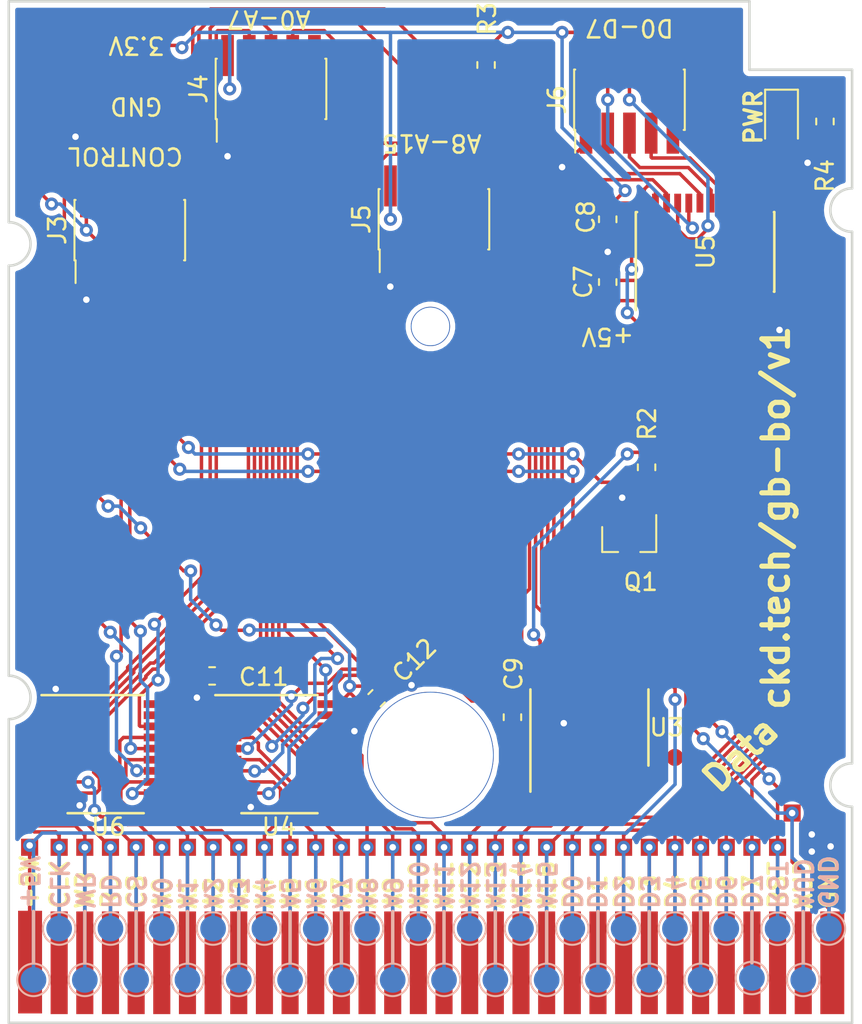
<source format=kicad_pcb>
(kicad_pcb (version 20171130) (host pcbnew 5.1.6)
  (layers (0 F.Cu signal) (31 B.Cu signal) (34 B.Paste user) (35 F.Paste user) (36 B.SilkS user) (37 F.SilkS user) (38 B.Mask user) (39 F.Mask user) (44 Edge.Cuts user))
  (net 0 "")
  (net 1 +5V)
  (net 2 /D0)
  (net 3 /D1)
  (net 4 /D2)
  (net 5 GND)
  (net 6 /D3)
  (net 7 /D4)
  (net 8 /D5)
  (net 9 /D6)
  (net 10 /D7)
  (net 11 +3V3)
  (net 12 /CLK)
  (net 13 /WR)
  (net 14 /RD)
  (net 15 /CS)
  (net 16 /A0)
  (net 17 /A1)
  (net 18 /A2)
  (net 19 /A3)
  (net 20 /A4)
  (net 21 /A5)
  (net 22 /A6)
  (net 23 /A7)
  (net 24 /A8)
  (net 25 /A9)
  (net 26 /A10)
  (net 27 /A11)
  (net 28 /A12)
  (net 29 /A13)
  (net 30 /A14)
  (net 31 /A15)
  (net 32 /RESET)
  (net 33 /DATA_OE)
  (net 34 /DIR)
  (net 35 /3V_D0)
  (net 36 /3V_D1)
  (net 37 /3V_D2)
  (net 38 /3V_D3)
  (net 39 /3V_D4)
  (net 40 /3V_D5)
  (net 41 /3V_D6)
  (net 42 /3V_D7)
  (net 43 /GB_RESET)
  (net 44 /3V_A12)
  (net 45 /3V_A13)
  (net 46 /3V_A14)
  (net 47 /3V_A15)
  (net 48 /3V_A11)
  (net 49 /3V_A10)
  (net 50 /3V_A9)
  (net 51 /3V_A8)
  (net 52 /3V_A7)
  (net 53 /3V_A6)
  (net 54 /3V_A5)
  (net 55 /3V_A4)
  (net 56 /3V_CLK)
  (net 57 /3V_WR)
  (net 58 /3V_RD)
  (net 59 /3V_CS)
  (net 60 /3V_A0)
  (net 61 /3V_A1)
  (net 62 /3V_A2)
  (net 63 /3V_A3)
  (net 64 "Net-(D3-Pad1)")
  (net 65 /AUD)
  (net 66 "Net-(J1-Pad1)")
  (net 67 "Net-(J2-Pad1)")
  (net 68 "Net-(U3-Pad3)")
  (net 69 "Net-(U3-Pad5)")
  (net 70 "Net-(U3-Pad7)")
  (net 71 "Net-(U3-Pad9)")
  (module chickadee:chickadee_3mm_fcu (layer F.Cu) (at 122.95 60.309 180)
    (fp_text reference G*** hide)
    (fp_text value "Chickadee 3mm" hide)
    (fp_poly (pts (xy -2.190577 -1.394931) (xy -2.158906 -1.394428) (xy -2.131275 -1.393379) (xy -2.106176 -1.39166) (xy -2.082107 -1.389149) (xy -2.057561 -1.385724) (xy -2.031033 -1.38126) (xy -2.009069 -1.377185) (xy -1.950214 -1.364422) (xy -1.889117 -1.348355) (xy -1.828664 -1.329818) (xy -1.77174 -1.309646) (xy -1.760361 -1.305223) (xy -1.717183 -1.28803) (xy -1.674808 -1.270892) (xy -1.63285 -1.25363) (xy -1.59092 -1.236063) (xy -1.548631 -1.218011) (xy -1.505596 -1.199293) (xy -1.461427 -1.179729) (xy -1.415735 -1.159138) (xy -1.368134 -1.137341) (xy -1.318236 -1.114156) (xy -1.265653 -1.089403) (xy -1.209997 -1.062901) (xy -1.150882 -1.034472) (xy -1.087918 -1.003933) (xy -1.02072 -0.971104) (xy -0.948898 -0.935806) (xy -0.872065 -0.897857) (xy -0.789834 -0.857077) (xy -0.701817 -0.813286) (xy -0.679097 -0.801963) (xy -0.600817 -0.763019) (xy -0.528298 -0.72712) (xy -0.461051 -0.694039) (xy -0.398585 -0.663552) (xy -0.340411 -0.635433) (xy -0.286038 -0.609455) (xy -0.234976 -0.585394) (xy -0.186735 -0.563022) (xy -0.140825 -0.542115) (xy -0.096756 -0.522447) (xy -0.054038 -0.503792) (xy -0.012181 -0.485924) (xy 0.029306 -0.468618) (xy 0.070912 -0.451647) (xy 0.113128 -0.434787) (xy 0.146403 -0.421719) (xy 0.169926 -0.412482) (xy 0.191319 -0.403963) (xy 0.209688 -0.396527) (xy 0.224143 -0.39054) (xy 0.233791 -0.386365) (xy 0.237732 -0.384376) (xy 0.237199 -0.380281) (xy 0.231987 -0.372263) (xy 0.222739 -0.361032) (xy 0.2101 -0.347296) (xy 0.194712 -0.331764) (xy 0.177219 -0.315145) (xy 0.164178 -0.303343) (xy 0.096199 -0.247242) (xy 0.021764 -0.193747) (xy -0.059006 -0.142914) (xy -0.145989 -0.0948) (xy -0.239062 -0.049462) (xy -0.338103 -0.006957) (xy -0.442991 0.032658) (xy -0.553602 0.069327) (xy -0.669815 0.102992) (xy -0.756708 0.125296) (xy -0.857303 0.148538) (xy -0.952291 0.167867) (xy -1.041919 0.183303) (xy -1.126439 0.194868) (xy -1.206099 0.20258) (xy -1.281149 0.206462) (xy -1.351837 0.206535) (xy -1.418413 0.202818) (xy -1.481126 0.195332) (xy -1.518918 0.18866) (xy -1.57955 0.173748) (xy -1.634906 0.154367) (xy -1.684914 0.13059) (xy -1.729501 0.102491) (xy -1.768596 0.070142) (xy -1.802127 0.033617) (xy -1.830021 -0.007012) (xy -1.852205 -0.051671) (xy -1.868608 -0.100287) (xy -1.879158 -0.152786) (xy -1.882097 -0.17906) (xy -1.882915 -0.190167) (xy -1.883851 -0.198302) (xy -1.885889 -0.204006) (xy -1.890009 -0.207822) (xy -1.897194 -0.21029) (xy -1.908425 -0.211954) (xy -1.924685 -0.213354) (xy -1.946955 -0.215033) (xy -1.947333 -0.215063) (xy -1.974885 -0.21729) (xy -1.996056 -0.219184) (xy -2.011509 -0.220834) (xy -2.021906 -0.222327) (xy -2.02791 -0.223751) (xy -2.030183 -0.225193) (xy -2.030082 -0.226026) (xy -2.032027 -0.227335) (xy -2.038861 -0.22756) (xy -2.048532 -0.226886) (xy -2.05899 -0.225503) (xy -2.068183 -0.223597) (xy -2.072569 -0.222141) (xy -2.078077 -0.220624) (xy -2.089384 -0.218164) (xy -2.105331 -0.214992) (xy -2.124759 -0.211335) (xy -2.146511 -0.207422) (xy -2.151944 -0.206471) (xy -2.23343 -0.192964) (xy -2.310846 -0.181591) (xy -2.386734 -0.172013) (xy -2.463633 -0.163891) (xy -2.487083 -0.161706) (xy -2.509513 -0.160112) (xy -2.536719 -0.158879) (xy -2.567348 -0.158007) (xy -2.600049 -0.157496) (xy -2.633471 -0.157348) (xy -2.666262 -0.157562) (xy -2.69707 -0.158139) (xy -2.724545 -0.15908) (xy -2.747334 -0.160385) (xy -2.760486 -0.161598) (xy -2.833314 -0.171253) (xy -2.904171 -0.18314) (xy -2.974932 -0.197651) (xy -3.047473 -0.215178) (xy -3.123669 -0.23611) (xy -3.139143 -0.240632) (xy -3.161757 -0.247425) (xy -3.178423 -0.252778) (xy -3.190018 -0.257041) (xy -3.197422 -0.260562) (xy -3.20151 -0.263691) (xy -3.202943 -0.266032) (xy -3.203909 -0.271145) (xy -3.205491 -0.282439) (xy -3.20759 -0.299075) (xy -3.210105 -0.320217) (xy -3.212937 -0.345025) (xy -3.215987 -0.372662) (xy -3.219082 -0.401608) (xy -3.222679 -0.435601) (xy -3.225565 -0.463243) (xy -3.227688 -0.485209) (xy -3.228999 -0.50217) (xy -3.229447 -0.514802) (xy -3.228982 -0.523777) (xy -3.227553 -0.52977) (xy -3.22511 -0.533453) (xy -3.221603 -0.535501) (xy -3.216982 -0.536587) (xy -3.211195 -0.537385) (xy -3.208909 -0.537717) (xy -3.197663 -0.539746) (xy -3.180611 -0.543203) (xy -3.158807 -0.547849) (xy -3.1333 -0.553445) (xy -3.105142 -0.559751) (xy -3.075385 -0.566529) (xy -3.045079 -0.573539) (xy -3.015275 -0.580543) (xy -2.987025 -0.5873) (xy -2.96138 -0.593573) (xy -2.942167 -0.598407) (xy -2.839538 -0.625766) (xy -2.743547 -0.653603) (xy -2.653787 -0.682055) (xy -2.569847 -0.711258) (xy -2.49132 -0.74135) (xy -2.417797 -0.772466) (xy -2.405944 -0.777787) (xy -2.33527 -0.81224) (xy -2.2633 -0.851978) (xy -2.191754 -0.895908) (xy -2.122352 -0.942934) (xy -2.05681 -0.991963) (xy -2.012597 -1.028214) (xy -1.994935 -1.043577) (xy -1.976602 -1.059988) (xy -1.958316 -1.076756) (xy -1.940794 -1.09319) (xy -1.924751 -1.108599) (xy -1.910905 -1.122291) (xy -1.899973 -1.133576) (xy -1.892671 -1.141762) (xy -1.889717 -1.146159) (xy -1.889781 -1.146632) (xy -1.895886 -1.149881) (xy -1.907863 -1.154203) (xy -1.924653 -1.159337) (xy -1.945199 -1.16502) (xy -1.968444 -1.170989) (xy -1.99333 -1.176981) (xy -2.018801 -1.182735) (xy -2.043799 -1.187987) (xy -2.067268 -1.192474) (xy -2.088148 -1.195935) (xy -2.088444 -1.195979) (xy -2.143487 -1.202523) (xy -2.197821 -1.205577) (xy -2.252961 -1.205107) (xy -2.310419 -1.201077) (xy -2.371711 -1.193452) (xy -2.401539 -1.188739) (xy -2.494796 -1.17015) (xy -2.584229 -1.146293) (xy -2.669623 -1.117275) (xy -2.750766 -1.083203) (xy -2.827443 -1.044182) (xy -2.899442 -1.000319) (xy -2.966549 -0.95172) (xy -3.028551 -0.898491) (xy -3.072051 -0.855085) (xy -3.114426 -0.806444) (xy -3.152464 -0.755667) (xy -3.185507 -0.70377) (xy -3.212895 -0.65177) (xy -3.230344 -0.610645) (xy -3.23532 -0.598231) (xy -3.239944 -0.588063) (xy -3.243211 -0.582348) (xy -3.246468 -0.579042) (xy -3.254369 -0.57133) (xy -3.266439 -0.559666) (xy -3.282207 -0.544504) (xy -3.301199 -0.526296) (xy -3.322943 -0.505496) (xy -3.346966 -0.482558) (xy -3.372795 -0.457935) (xy -3.391958 -0.439691) (xy -3.418659 -0.414263) (xy -3.443792 -0.390288) (xy -3.466896 -0.368206) (xy -3.487514 -0.34846) (xy -3.505187 -0.331487) (xy -3.519455 -0.31773) (xy -3.529861 -0.307629) (xy -3.535945 -0.301624) (xy -3.537393 -0.300078) (xy -3.534428 -0.298301) (xy -3.525616 -0.293948) (xy -3.511564 -0.287299) (xy -3.492877 -0.278632) (xy -3.470164 -0.268227) (xy -3.444028 -0.256363) (xy -3.415077 -0.243317) (xy -3.383917 -0.22937) (xy -3.376532 -0.226077) (xy -3.214874 -0.154058) (xy -3.198019 -0.093786) (xy -3.189906 -0.065801) (xy -3.180059 -0.033466) (xy -3.169084 0.001347) (xy -3.157589 0.036762) (xy -3.146183 0.070907) (xy -3.135473 0.101907) (xy -3.126489 0.126757) (xy -3.121041 0.140443) (xy -3.116521 0.148917) (xy -3.111864 0.153733) (xy -3.10617 0.156392) (xy -3.098868 0.157558) (xy -3.085547 0.158496) (xy -3.06724 0.159209) (xy -3.04498 0.159697) (xy -3.019799 0.159965) (xy -2.992731 0.160013) (xy -2.964808 0.159845) (xy -2.937063 0.159461) (xy -2.910528 0.158866) (xy -2.886237 0.15806) (xy -2.865223 0.157046) (xy -2.848681 0.155841) (xy -2.685739 0.138212) (xy -2.585861 0.124838) (xy -2.543141 0.1184) (xy -2.506322 0.1121) (xy -2.474266 0.105624) (xy -2.445833 0.098661) (xy -2.419884 0.090899) (xy -2.395279 0.082025) (xy -2.370878 0.071727) (xy -2.345543 0.059694) (xy -2.342444 0.058147) (xy -2.286885 0.026813) (xy -2.232336 -0.010789) (xy -2.179767 -0.053872) (xy -2.130148 -0.101647) (xy -2.089686 -0.146958) (xy -2.071653 -0.168681) (xy -2.069252 -0.143431) (xy -2.062225 -0.096009) (xy -2.050319 -0.046832) (xy -2.034198 0.002224) (xy -2.014523 0.049282) (xy -1.991958 0.092463) (xy -1.978281 0.114289) (xy -1.94066 0.164006) (xy -1.897859 0.209003) (xy -1.849963 0.249251) (xy -1.797063 0.284723) (xy -1.739243 0.315389) (xy -1.676594 0.341223) (xy -1.609201 0.362197) (xy -1.537152 0.378282) (xy -1.460535 0.389451) (xy -1.379438 0.395676) (xy -1.293947 0.396929) (xy -1.204152 0.393182) (xy -1.125361 0.386139) (xy -1.052218 0.376822) (xy -0.974125 0.364509) (xy -0.892379 0.349481) (xy -0.808276 0.332024) (xy -0.723113 0.312418) (xy -0.638187 0.290949) (xy -0.554795 0.267899) (xy -0.478014 0.244745) (xy -0.38054 0.212112) (xy -0.286214 0.17667) (xy -0.195387 0.138629) (xy -0.108408 0.098203) (xy -0.025628 0.0556) (xy 0.052604 0.011034) (xy 0.125937 -0.035286) (xy 0.194021 -0.083147) (xy 0.256506 -0.132339) (xy 0.313041 -0.18265) (xy 0.363278 -0.233869) (xy 0.406865 -0.285785) (xy 0.411516 -0.291897) (xy 0.421132 -0.304324) (xy 0.427892 -0.311896) (xy 0.432929 -0.315578) (xy 0.437377 -0.316336) (xy 0.439726 -0.315921) (xy 0.459163 -0.311612) (xy 0.48424 -0.30693) (xy 0.513568 -0.302078) (xy 0.545757 -0.297263) (xy 0.579415 -0.292687) (xy 0.613152 -0.288557) (xy 0.645578 -0.285077) (xy 0.656167 -0.284068) (xy 0.687905 -0.281538) (xy 0.719888 -0.279816) (xy 0.752791 -0.278933) (xy 0.78729 -0.27892) (xy 0.82406 -0.279806) (xy 0.863775 -0.281623) (xy 0.907113 -0.284401) (xy 0.954746 -0.288171) (xy 1.007352 -0.292963) (xy 1.065605 -0.298808) (xy 1.127125 -0.3054) (xy 1.216165 -0.315763) (xy 1.311639 -0.327982) (xy 1.413193 -0.341993) (xy 1.520469 -0.357731) (xy 1.633115 -0.375132) (xy 1.750774 -0.394133) (xy 1.873091 -0.414668) (xy 1.999712 -0.436674) (xy 2.13028 -0.460086) (xy 2.264441 -0.48484) (xy 2.40184 -0.510872) (xy 2.542121 -0.538118) (xy 2.68493 -0.566514) (xy 2.829911 -0.595994) (xy 2.976709 -0.626495) (xy 3.124969 -0.657954) (xy 3.274335 -0.690304) (xy 3.361972 -0.709592) (xy 3.406466 -0.719446) (xy 3.444684 -0.727733) (xy 3.477258 -0.73432) (xy 3.504823 -0.739072) (xy 3.528011 -0.741854) (xy 3.547455 -0.742532) (xy 3.563788 -0.740972) (xy 3.577642 -0.737038) (xy 3.589652 -0.730596) (xy 3.600449 -0.721512) (xy 3.610667 -0.709652) (xy 3.620938 -0.69488) (xy 3.631896 -0.677062) (xy 3.644174 -0.656064) (xy 3.648453 -0.648705) (xy 3.685722 -0.582928) (xy 3.720654 -0.517678) (xy 3.752855 -0.453786) (xy 3.781929 -0.392085) (xy 3.807481 -0.333406) (xy 3.829117 -0.278581) (xy 3.842982 -0.239141) (xy 3.858442 -0.186728) (xy 3.869158 -0.137816) (xy 3.875158 -0.092633) (xy 3.876469 -0.051406) (xy 3.873119 -0.014365) (xy 3.865134 0.018262) (xy 3.852543 0.046247) (xy 3.835372 0.069362) (xy 3.813649 0.087378) (xy 3.803124 0.093395) (xy 3.792991 0.098154) (xy 3.781941 0.102524) (xy 3.769615 0.106533) (xy 3.755657 0.110209) (xy 3.739709 0.113581) (xy 3.721413 0.116677) (xy 3.700414 0.119524) (xy 3.676352 0.122152) (xy 3.648872 0.124587) (xy 3.617615 0.126859) (xy 3.582225 0.128995) (xy 3.542343 0.131023) (xy 3.497613 0.132973) (xy 3.447677 0.134871) (xy 3.392178 0.136746) (xy 3.330759 0.138626) (xy 3.263062 0.14054) (xy 3.188731 0.142515) (xy 3.175 0.142869) (xy 3.052923 0.146207) (xy 2.937344 0.149786) (xy 2.827707 0.153639) (xy 2.723456 0.157794) (xy 2.624037 0.162284) (xy 2.528895 0.167138) (xy 2.437474 0.172388) (xy 2.349219 0.178064) (xy 2.263574 0.184196) (xy 2.179985 0.190816) (xy 2.097897 0.197954) (xy 2.016754 0.20564) (xy 1.989667 0.208345) (xy 1.860967 0.222177) (xy 1.736502 0.237273) (xy 1.615523 0.253805) (xy 1.497281 0.271941) (xy 1.381028 0.291851) (xy 1.266016 0.313705) (xy 1.151496 0.337671) (xy 1.036721 0.36392) (xy 0.920941 0.39262) (xy 0.803408 0.423942) (xy 0.683373 0.458054) (xy 0.56009 0.495127) (xy 0.432808 0.535329) (xy 0.30078 0.57883) (xy 0.195792 0.614551) (xy 0.145932 0.632059) (xy 0.0984 0.649485) (xy 0.052527 0.66715) (xy 0.007643 0.685374) (xy -0.03692 0.704476) (xy -0.081833 0.724779) (xy -0.127765 0.746601) (xy -0.175385 0.770263) (xy -0.225363 0.796085) (xy -0.278367 0.824388) (xy -0.335068 0.855492) (xy -0.396135 0.889717) (xy -0.462237 0.927384) (xy -0.483306 0.939493) (xy -0.541927 0.973223) (xy -0.594898 1.003651) (xy -0.642666 1.031025) (xy -0.685679 1.055591) (xy -0.724384 1.077596) (xy -0.759229 1.097287) (xy -0.790662 1.11491) (xy -0.81913 1.130714) (xy -0.845081 1.144944) (xy -0.868963 1.157848) (xy -0.891223 1.169672) (xy -0.912308 1.180664) (xy -0.932668 1.19107) (xy -0.952748 1.201138) (xy -0.972997 1.211113) (xy -0.993862 1.221244) (xy -0.995694 1.222128) (xy -1.063133 1.253565) (xy -1.12675 1.280819) (xy -1.187918 1.304282) (xy -1.248008 1.324345) (xy -1.308391 1.341402) (xy -1.37044 1.355844) (xy -1.435526 1.368064) (xy -1.505022 1.378454) (xy -1.569861 1.386279) (xy -1.610848 1.390039) (xy -1.656794 1.392999) (xy -1.705642 1.395105) (xy -1.755337 1.396301) (xy -1.803821 1.396532) (xy -1.849038 1.395744) (xy -1.878542 1.394508) (xy -1.958088 1.387865) (xy -2.038544 1.376743) (xy -2.118722 1.361443) (xy -2.197433 1.342263) (xy -2.273489 1.319501) (xy -2.345702 1.293456) (xy -2.412884 1.264427) (xy -2.430992 1.255625) (xy -2.511972 1.211372) (xy -2.591194 1.160408) (xy -2.668518 1.102893) (xy -2.743805 1.038983) (xy -2.816914 0.968836) (xy -2.887705 0.89261) (xy -2.95604 0.810463) (xy -3.021777 0.722552) (xy -3.084778 0.629036) (xy -3.144903 0.53007) (xy -3.202011 0.425814) (xy -3.247103 0.335201) (xy -3.265441 0.295287) (xy -3.283063 0.253922) (xy -3.300474 0.209814) (xy -3.318181 0.161672) (xy -3.33669 0.108204) (xy -3.341035 0.09525) (xy -3.348704 0.071804) (xy -3.356807 0.046214) (xy -3.364992 0.019673) (xy -3.372907 -0.006627) (xy -3.380199 -0.031492) (xy -3.386515 -0.053731) (xy -3.391504 -0.072152) (xy -3.394813 -0.08556) (xy -3.395622 -0.089442) (xy -3.397791 -0.101004) (xy -3.602405 -0.183572) (xy -3.638385 -0.198117) (xy -3.672393 -0.211915) (xy -3.703868 -0.224734) (xy -3.732252 -0.236346) (xy -3.756986 -0.24652) (xy -3.77751 -0.255026) (xy -3.793266 -0.261633) (xy -3.803693 -0.266111) (xy -3.808232 -0.268231) (xy -3.808381 -0.268344) (xy -3.80604 -0.270994) (xy -3.798838 -0.27795) (xy -3.787188 -0.288837) (xy -3.771505 -0.303276) (xy -3.752203 -0.320892) (xy -3.729696 -0.341306) (xy -3.704399 -0.364141) (xy -3.676726 -0.389021) (xy -3.647091 -0.415568) (xy -3.621714 -0.438231) (xy -3.585698 -0.47036) (xy -3.554584 -0.498154) (xy -3.528002 -0.521967) (xy -3.505585 -0.542152) (xy -3.486962 -0.559065) (xy -3.471765 -0.573058) (xy -3.459624 -0.584487) (xy -3.45017 -0.593706) (xy -3.443035 -0.601069) (xy -3.437848 -0.606929) (xy -3.434241 -0.611642) (xy -3.431844 -0.615561) (xy -3.430288 -0.619041) (xy -3.429205 -0.622435) (xy -3.429021 -0.623103) (xy -3.422612 -0.643652) (xy -3.41351 -0.668602) (xy -3.40244 -0.696184) (xy -3.390126 -0.724625) (xy -3.377295 -0.752157) (xy -3.3707 -0.765446) (xy -3.338251 -0.823655) (xy -3.301023 -0.87978) (xy -3.258334 -0.934751) (xy -3.209501 -0.989498) (xy -3.196358 -1.003151) (xy -3.140849 -1.05669) (xy -3.083569 -1.105173) (xy -3.023315 -1.149469) (xy -2.958883 -1.190443) (xy -2.889069 -1.228963) (xy -2.868083 -1.23958) (xy -2.800029 -1.271452) (xy -2.732015 -1.299287) (xy -2.662813 -1.323459) (xy -2.591193 -1.344341) (xy -2.515928 -1.362308) (xy -2.435788 -1.377732) (xy -2.38932 -1.385248) (xy -2.369484 -1.388168) (xy -2.352156 -1.390434) (xy -2.335939 -1.39213) (xy -2.319438 -1.393341) (xy -2.301258 -1.394152) (xy -2.280002 -1.394645) (xy -2.254276 -1.394906) (xy -2.227792 -1.395009) (xy -2.190577 -1.394931)) (layer F.Cu) (width 0.01))
  )
  (module keystone:5015-SMT-TestPoint (layer F.Cu) (at 132.348 57.642 90)
    (fp_text reference TP39 hide)
    (fp_text value batt)
    (pad 1 smd rect (at 0 0 90) (size 3.43 1.78) (layers F.Cu F.Paste F.Mask) (net 1 +5V))
  )
  (module adafruit:PinHeader_2x05_P1.27mm_Vertical_SMD (layer F.Cu) (at 136.285 44.053 90)
    (fp_text reference J6 (at 0 -4.235 90) (layer F.SilkS))
    (fp_text value Conn_02x05_Odd_Even)
    (pad 1 smd rect (at -1.95 -2.54 90) (size 2.4 0.74) (layers F.Cu F.Paste F.Mask) (net 5 GND))
    (pad 2 smd rect (at 1.95 -2.54 90) (size 2.4 0.74) (layers F.Cu F.Paste F.Mask) (net 11 +3V3))
    (pad 3 smd rect (at -1.95 -1.27 90) (size 2.4 0.74) (layers F.Cu F.Paste F.Mask) (net 37 /3V_D2))
    (pad 4 smd rect (at 1.95 -1.27 90) (size 2.4 0.74) (layers F.Cu F.Paste F.Mask) (net 36 /3V_D1))
    (pad 5 smd rect (at -1.95 0 90) (size 2.4 0.74) (layers F.Cu F.Paste F.Mask) (net 38 /3V_D3))
    (pad 6 smd rect (at 1.95 0 90) (size 2.4 0.74) (layers F.Cu F.Paste F.Mask) (net 35 /3V_D0))
    (pad 7 smd rect (at -1.95 1.27 90) (size 2.4 0.74) (layers F.Cu F.Paste F.Mask) (net 39 /3V_D4))
    (pad 8 smd rect (at 1.95 1.27 90) (size 2.4 0.74) (layers F.Cu F.Paste F.Mask) (net 42 /3V_D7))
    (pad 9 smd rect (at -1.95 2.54 90) (size 2.4 0.74) (layers F.Cu F.Paste F.Mask) (net 40 /3V_D5))
    (pad 10 smd rect (at 1.95 2.54 90) (size 2.4 0.74) (layers F.Cu F.Paste F.Mask) (net 41 /3V_D6))
  )
  (module adafruit:PinHeader_2x05_P1.27mm_Vertical_SMD (layer F.Cu) (at 124.855 51.038 90)
    (fp_text reference J5 (at 0 -4.235 90) (layer F.SilkS))
    (fp_text value Conn_02x05_Odd_Even)
    (pad 1 smd rect (at -1.95 -2.54 90) (size 2.4 0.74) (layers F.Cu F.Paste F.Mask) (net 5 GND))
    (pad 2 smd rect (at 1.95 -2.54 90) (size 2.4 0.74) (layers F.Cu F.Paste F.Mask) (net 11 +3V3))
    (pad 3 smd rect (at -1.95 -1.27 90) (size 2.4 0.74) (layers F.Cu F.Paste F.Mask) (net 49 /3V_A10))
    (pad 4 smd rect (at 1.95 -1.27 90) (size 2.4 0.74) (layers F.Cu F.Paste F.Mask) (net 50 /3V_A9))
    (pad 5 smd rect (at -1.95 0 90) (size 2.4 0.74) (layers F.Cu F.Paste F.Mask) (net 48 /3V_A11))
    (pad 6 smd rect (at 1.95 0 90) (size 2.4 0.74) (layers F.Cu F.Paste F.Mask) (net 51 /3V_A8))
    (pad 7 smd rect (at -1.95 1.27 90) (size 2.4 0.74) (layers F.Cu F.Paste F.Mask) (net 44 /3V_A12))
    (pad 8 smd rect (at 1.95 1.27 90) (size 2.4 0.74) (layers F.Cu F.Paste F.Mask) (net 47 /3V_A15))
    (pad 9 smd rect (at -1.95 2.54 90) (size 2.4 0.74) (layers F.Cu F.Paste F.Mask) (net 45 /3V_A13))
    (pad 10 smd rect (at 1.95 2.54 90) (size 2.4 0.74) (layers F.Cu F.Paste F.Mask) (net 46 /3V_A14))
  )
  (module adafruit:PinHeader_2x05_P1.27mm_Vertical_SMD (layer F.Cu) (at 115.33 43.418 90)
    (fp_text reference J4 (at 0 -4.235 90) (layer F.SilkS))
    (fp_text value Conn_02x05_Odd_Even)
    (pad 1 smd rect (at -1.95 -2.54 90) (size 2.4 0.74) (layers F.Cu F.Paste F.Mask) (net 5 GND))
    (pad 2 smd rect (at 1.95 -2.54 90) (size 2.4 0.74) (layers F.Cu F.Paste F.Mask) (net 11 +3V3))
    (pad 3 smd rect (at -1.95 -1.27 90) (size 2.4 0.74) (layers F.Cu F.Paste F.Mask) (net 62 /3V_A2))
    (pad 4 smd rect (at 1.95 -1.27 90) (size 2.4 0.74) (layers F.Cu F.Paste F.Mask) (net 61 /3V_A1))
    (pad 5 smd rect (at -1.95 0 90) (size 2.4 0.74) (layers F.Cu F.Paste F.Mask) (net 63 /3V_A3))
    (pad 6 smd rect (at 1.95 0 90) (size 2.4 0.74) (layers F.Cu F.Paste F.Mask) (net 60 /3V_A0))
    (pad 7 smd rect (at -1.95 1.27 90) (size 2.4 0.74) (layers F.Cu F.Paste F.Mask) (net 55 /3V_A4))
    (pad 8 smd rect (at 1.95 1.27 90) (size 2.4 0.74) (layers F.Cu F.Paste F.Mask) (net 52 /3V_A7))
    (pad 9 smd rect (at -1.95 2.54 90) (size 2.4 0.74) (layers F.Cu F.Paste F.Mask) (net 54 /3V_A5))
    (pad 10 smd rect (at 1.95 2.54 90) (size 2.4 0.74) (layers F.Cu F.Paste F.Mask) (net 53 /3V_A6))
  )
  (module adafruit:PinHeader_2x05_P1.27mm_Vertical_SMD (layer F.Cu) (at 107.075 51.673 90)
    (fp_text reference J3 (at 0 -4.235 90) (layer F.SilkS))
    (fp_text value Conn_02x05_Odd_Even)
    (pad 1 smd rect (at -1.95 -2.54 90) (size 2.4 0.74) (layers F.Cu F.Paste F.Mask) (net 5 GND))
    (pad 2 smd rect (at 1.95 -2.54 90) (size 2.4 0.74) (layers F.Cu F.Paste F.Mask) (net 11 +3V3))
    (pad 3 smd rect (at -1.95 -1.27 90) (size 2.4 0.74) (layers F.Cu F.Paste F.Mask) (net 58 /3V_RD))
    (pad 4 smd rect (at 1.95 -1.27 90) (size 2.4 0.74) (layers F.Cu F.Paste F.Mask) (net 57 /3V_WR))
    (pad 5 smd rect (at -1.95 0 90) (size 2.4 0.74) (layers F.Cu F.Paste F.Mask) (net 59 /3V_CS))
    (pad 6 smd rect (at 1.95 0 90) (size 2.4 0.74) (layers F.Cu F.Paste F.Mask) (net 56 /3V_CLK))
    (pad 7 smd rect (at -1.95 1.27 90) (size 2.4 0.74) (layers F.Cu F.Paste F.Mask) (net 65 /AUD))
    (pad 8 smd rect (at 1.95 1.27 90) (size 2.4 0.74) (layers F.Cu F.Paste F.Mask) (net 33 /DATA_OE))
    (pad 9 smd rect (at -1.95 2.54 90) (size 2.4 0.74) (layers F.Cu F.Paste F.Mask) (net 43 /GB_RESET))
    (pad 10 smd rect (at 1.95 2.54 90) (size 2.4 0.74) (layers F.Cu F.Paste F.Mask) (net 34 /DIR))
  )
  (module keystone:5015-SMT-TestPoint (layer F.Cu) (at 103.9 40.878)
    (fp_text reference TP38 hide)
    (fp_text value 3.3v)
    (pad 1 smd rect (at 0 0) (size 3.43 1.78) (layers F.Cu F.Paste F.Mask) (net 11 +3V3))
  )
  (module keystone:5015-SMT-TestPoint (layer F.Cu) (at 103.9 44.434)
    (fp_text reference TP37 hide)
    (fp_text value gnd)
    (pad 1 smd rect (at 0 0) (size 3.43 1.78) (layers F.Cu F.Paste F.Mask) (net 5 GND))
  )
  (module Resistor_SMD:R_0603_1608Metric_Pad1.05x0.95mm_HandSolder (layer F.Cu) (at 147.715 45.323 270)
    (fp_text reference R4 (at 3.175 0 90) (layer F.SilkS))
    (fp_text value 1k)
    (pad 2 smd roundrect (at 0.875 0 270) (size 1.05 0.95) (layers F.Cu F.Paste F.Mask) (net 5 GND))
    (pad 1 smd roundrect (at -0.875 0 270) (size 1.05 0.95) (layers F.Cu F.Paste F.Mask) (net 64 "Net-(D3-Pad1)"))
  )
  (module Fiducial:Fiducial_1mm_Mask2mm (layer F.Cu) (at 138.945 82.488)
    (fp_text reference FID0 hide)
    (fp_text value TestPoint)
    (pad "" smd circle (at 0 0) (size 1 1) (layers F.Cu F.Mask) (clearance 0.5))
  )
  (module Fiducial:Fiducial_1mm_Mask2mm (layer F.Cu) (at 102.1474 54.0352)
    (fp_text reference FID1 hide)
    (fp_text value TestPoint)
    (pad "" smd circle (at 0 0) (size 1 1) (layers F.Cu F.Mask) (clearance 0.5))
  )
  (module TestPoint:TestPoint_Pad_D1.5mm (layer B.Cu) (at 146.445 95.488)
    (fp_text reference TP78 hide)
    (fp_text value Test_Point)
    (pad 1 smd circle (at 0 0) (size 1.5 1.5) (layers B.Cu B.Mask) (net 65 /AUD))
  )
  (module TestPoint:TestPoint_Pad_D1.5mm (layer B.Cu) (at 101.445 95.488)
    (fp_text reference TP48 hide)
    (fp_text value Test_Point)
    (pad 1 smd circle (at 0 0) (size 1.5 1.5) (layers B.Cu B.Mask) (net 1 +5V))
  )
  (module TestPoint:TestPoint_Pad_D1.5mm (layer B.Cu) (at 132.945 92.488)
    (fp_text reference TP69 hide)
    (fp_text value Test_Point)
    (pad 1 smd circle (at 0 0) (size 1.5 1.5) (layers B.Cu B.Mask) (net 2 /D0))
  )
  (module TestPoint:TestPoint_Pad_D1.5mm (layer B.Cu) (at 102.945 92.488)
    (fp_text reference TP49 hide)
    (fp_text value Test_Point)
    (pad 1 smd circle (at 0 0) (size 1.5 1.5) (layers B.Cu B.Mask) (net 12 /CLK))
  )
  (module TestPoint:TestPoint_Pad_D1.5mm (layer B.Cu) (at 104.445 95.488)
    (fp_text reference TP50 hide)
    (fp_text value Test_Point)
    (pad 1 smd circle (at 0 0) (size 1.5 1.5) (layers B.Cu B.Mask) (net 13 /WR))
  )
  (module TestPoint:TestPoint_Pad_D1.5mm (layer B.Cu) (at 105.945 92.488)
    (fp_text reference TP51 hide)
    (fp_text value Test_Point)
    (pad 1 smd circle (at 0 0) (size 1.5 1.5) (layers B.Cu B.Mask) (net 14 /RD))
  )
  (module TestPoint:TestPoint_Pad_D1.5mm (layer B.Cu) (at 107.445 95.488)
    (fp_text reference TP52 hide)
    (fp_text value Test_Point)
    (pad 1 smd circle (at 0 0) (size 1.5 1.5) (layers B.Cu B.Mask) (net 15 /CS))
  )
  (module TestPoint:TestPoint_Pad_D1.5mm (layer B.Cu) (at 108.945 92.488)
    (fp_text reference TP53 hide)
    (fp_text value Test_Point)
    (pad 1 smd circle (at 0 0) (size 1.5 1.5) (layers B.Cu B.Mask) (net 16 /A0))
  )
  (module TestPoint:TestPoint_Pad_D1.5mm (layer B.Cu) (at 131.445 95.488)
    (fp_text reference TP68 hide)
    (fp_text value Test_Point)
    (pad 1 smd circle (at 0 0) (size 1.5 1.5) (layers B.Cu B.Mask) (net 31 /A15))
  )
  (module TestPoint:TestPoint_Pad_D1.5mm (layer B.Cu) (at 147.945 92.488)
    (fp_text reference TP79 hide)
    (fp_text value Test_Point)
    (pad 1 smd circle (at 0 0) (size 1.5 1.5) (layers B.Cu B.Mask) (net 5 GND))
  )
  (module TestPoint:TestPoint_Pad_D1.5mm (layer B.Cu) (at 144.945 92.5)
    (fp_text reference TP77 hide)
    (fp_text value Test_Point)
    (pad 1 smd circle (at 0 0) (size 1.5 1.5) (layers B.Cu B.Mask) (net 32 /RESET))
  )
  (module TestPoint:TestPoint_Pad_D1.5mm (layer B.Cu) (at 143.445 95.377)
    (fp_text reference TP76 hide)
    (fp_text value Test_Point)
    (pad 1 smd circle (at 0 0) (size 1.5 1.5) (layers B.Cu B.Mask) (net 10 /D7))
  )
  (module TestPoint:TestPoint_Pad_D1.5mm (layer B.Cu) (at 141.945 92.488)
    (fp_text reference TP75 hide)
    (fp_text value Test_Point)
    (pad 1 smd circle (at 0 0) (size 1.5 1.5) (layers B.Cu B.Mask) (net 9 /D6))
  )
  (module TestPoint:TestPoint_Pad_D1.5mm (layer B.Cu) (at 140.445 95.488)
    (fp_text reference TP74 hide)
    (fp_text value Test_Point)
    (pad 1 smd circle (at 0 0) (size 1.5 1.5) (layers B.Cu B.Mask) (net 8 /D5))
  )
  (module TestPoint:TestPoint_Pad_D1.5mm (layer B.Cu) (at 138.945 92.488)
    (fp_text reference TP73 hide)
    (fp_text value Test_Point)
    (pad 1 smd circle (at 0 0) (size 1.5 1.5) (layers B.Cu B.Mask) (net 7 /D4))
  )
  (module TestPoint:TestPoint_Pad_D1.5mm (layer B.Cu) (at 137.445 95.488)
    (fp_text reference TP72 hide)
    (fp_text value Test_Point)
    (pad 1 smd circle (at 0 0) (size 1.5 1.5) (layers B.Cu B.Mask) (net 6 /D3))
  )
  (module TestPoint:TestPoint_Pad_D1.5mm (layer B.Cu) (at 129.945 92.488)
    (fp_text reference TP67 hide)
    (fp_text value Test_Point)
    (pad 1 smd circle (at 0 0) (size 1.5 1.5) (layers B.Cu B.Mask) (net 30 /A14))
  )
  (module TestPoint:TestPoint_Pad_D1.5mm (layer B.Cu) (at 128.445 95.488)
    (fp_text reference TP66 hide)
    (fp_text value Test_Point)
    (pad 1 smd circle (at 0 0) (size 1.5 1.5) (layers B.Cu B.Mask) (net 29 /A13))
  )
  (module TestPoint:TestPoint_Pad_D1.5mm (layer B.Cu) (at 110.445 95.488)
    (fp_text reference TP54 hide)
    (fp_text value Test_Point)
    (pad 1 smd circle (at 0 0) (size 1.5 1.5) (layers B.Cu B.Mask) (net 17 /A1))
  )
  (module TestPoint:TestPoint_Pad_D1.5mm (layer B.Cu) (at 111.945 92.488)
    (fp_text reference TP55 hide)
    (fp_text value Test_Point)
    (pad 1 smd circle (at 0 0) (size 1.5 1.5) (layers B.Cu B.Mask) (net 18 /A2))
  )
  (module TestPoint:TestPoint_Pad_D1.5mm (layer B.Cu) (at 113.445 95.488)
    (fp_text reference TP56 hide)
    (fp_text value Test_Point)
    (pad 1 smd circle (at 0 0) (size 1.5 1.5) (layers B.Cu B.Mask) (net 19 /A3))
  )
  (module TestPoint:TestPoint_Pad_D1.5mm (layer B.Cu) (at 114.945 92.488)
    (fp_text reference TP57 hide)
    (fp_text value Test_Point)
    (pad 1 smd circle (at 0 0) (size 1.5 1.5) (layers B.Cu B.Mask) (net 20 /A4))
  )
  (module TestPoint:TestPoint_Pad_D1.5mm (layer B.Cu) (at 125.445 95.488)
    (fp_text reference TP64 hide)
    (fp_text value Test_Point)
    (pad 1 smd circle (at 0 0) (size 1.5 1.5) (layers B.Cu B.Mask) (net 27 /A11))
  )
  (module TestPoint:TestPoint_Pad_D1.5mm (layer B.Cu) (at 116.445 95.488)
    (fp_text reference TP58 hide)
    (fp_text value Test_Point)
    (pad 1 smd circle (at 0 0) (size 1.5 1.5) (layers B.Cu B.Mask) (net 21 /A5))
  )
  (module TestPoint:TestPoint_Pad_D1.5mm (layer B.Cu) (at 117.945 92.488)
    (fp_text reference TP59 hide)
    (fp_text value Test_Point)
    (pad 1 smd circle (at 0 0) (size 1.5 1.5) (layers B.Cu B.Mask) (net 22 /A6))
  )
  (module TestPoint:TestPoint_Pad_D1.5mm (layer B.Cu) (at 119.445 95.488)
    (fp_text reference TP60 hide)
    (fp_text value Test_Point)
    (pad 1 smd circle (at 0 0) (size 1.5 1.5) (layers B.Cu B.Mask) (net 23 /A7))
  )
  (module TestPoint:TestPoint_Pad_D1.5mm (layer B.Cu) (at 134.445 95.488)
    (fp_text reference TP70 hide)
    (fp_text value Test_Point)
    (pad 1 smd circle (at 0 0) (size 1.5 1.5) (layers B.Cu B.Mask) (net 3 /D1))
  )
  (module TestPoint:TestPoint_Pad_D1.5mm (layer B.Cu) (at 120.945 92.488)
    (fp_text reference TP61 hide)
    (fp_text value Test_Point)
    (pad 1 smd circle (at 0 0) (size 1.5 1.5) (layers B.Cu B.Mask) (net 24 /A8))
  )
  (module TestPoint:TestPoint_Pad_D1.5mm (layer B.Cu) (at 122.445 95.488)
    (fp_text reference TP62 hide)
    (fp_text value Test_Point)
    (pad 1 smd circle (at 0 0) (size 1.5 1.5) (layers B.Cu B.Mask) (net 25 /A9))
  )
  (module TestPoint:TestPoint_Pad_D1.5mm (layer B.Cu) (at 123.945 92.488)
    (fp_text reference TP63 hide)
    (fp_text value Test_Point)
    (pad 1 smd circle (at 0 0) (size 1.5 1.5) (layers B.Cu B.Mask) (net 26 /A10))
  )
  (module TestPoint:TestPoint_Pad_D1.5mm (layer B.Cu) (at 126.945 92.488)
    (fp_text reference TP65 hide)
    (fp_text value Test_Point)
    (pad 1 smd circle (at 0 0) (size 1.5 1.5) (layers B.Cu B.Mask) (net 28 /A12))
  )
  (module TestPoint:TestPoint_Pad_D1.5mm (layer B.Cu) (at 135.945 92.488)
    (fp_text reference TP71 hide)
    (fp_text value Test_Point)
    (pad 1 smd circle (at 0 0) (size 1.5 1.5) (layers B.Cu B.Mask) (net 4 /D2))
  )
  (module LED_SMD:LED_0805_2012Metric_Pad1.15x1.40mm_HandSolder (layer F.Cu) (at 145.175 45.323 270)
    (fp_text reference D3 hide)
    (fp_text value LED)
    (pad 1 smd roundrect (at -1.025 0 270) (size 1.15 1.4) (layers F.Cu F.Paste F.Mask) (roundrect_rratio 0.217391) (net 64 "Net-(D3-Pad1)"))
    (pad 2 smd roundrect (at 1.025 0 270) (size 1.15 1.4) (layers F.Cu F.Paste F.Mask) (roundrect_rratio 0.217391) (net 11 +3V3))
  )
  (module Package_SO:TSSOP-20_4.4x6.5mm_P0.65mm (layer F.Cu) (at 133.945 80.738 90)
    (fp_text reference U3 (at 0 4.519 180) (layer F.SilkS))
    (fp_text value 74LVC244)
    (pad 1 smd rect (at -2.95 -2.925 90) (size 1.45 0.45) (layers F.Cu F.Paste F.Mask) (net 5 GND))
    (pad 2 smd rect (at -2.95 -2.275 90) (size 1.45 0.45) (layers F.Cu F.Paste F.Mask) (net 28 /A12))
    (pad 3 smd rect (at -2.95 -1.625 90) (size 1.45 0.45) (layers F.Cu F.Paste F.Mask) (net 68 "Net-(U3-Pad3)"))
    (pad 4 smd rect (at -2.95 -0.975 90) (size 1.45 0.45) (layers F.Cu F.Paste F.Mask) (net 29 /A13))
    (pad 5 smd rect (at -2.95 -0.325 90) (size 1.45 0.45) (layers F.Cu F.Paste F.Mask) (net 69 "Net-(U3-Pad5)"))
    (pad 6 smd rect (at -2.95 0.325 90) (size 1.45 0.45) (layers F.Cu F.Paste F.Mask) (net 30 /A14))
    (pad 7 smd rect (at -2.95 0.975 90) (size 1.45 0.45) (layers F.Cu F.Paste F.Mask) (net 70 "Net-(U3-Pad7)"))
    (pad 8 smd rect (at -2.95 1.625 90) (size 1.45 0.45) (layers F.Cu F.Paste F.Mask) (net 31 /A15))
    (pad 9 smd rect (at -2.95 2.275 90) (size 1.45 0.45) (layers F.Cu F.Paste F.Mask) (net 71 "Net-(U3-Pad9)"))
    (pad 10 smd rect (at -2.95 2.925 90) (size 1.45 0.45) (layers F.Cu F.Paste F.Mask) (net 5 GND))
    (pad 11 smd rect (at 2.95 2.925 90) (size 1.45 0.45) (layers F.Cu F.Paste F.Mask) (net 5 GND))
    (pad 12 smd rect (at 2.95 2.275 90) (size 1.45 0.45) (layers F.Cu F.Paste F.Mask) (net 47 /3V_A15))
    (pad 13 smd rect (at 2.95 1.625 90) (size 1.45 0.45) (layers F.Cu F.Paste F.Mask) (net 5 GND))
    (pad 14 smd rect (at 2.95 0.975 90) (size 1.45 0.45) (layers F.Cu F.Paste F.Mask) (net 46 /3V_A14))
    (pad 15 smd rect (at 2.95 0.325 90) (size 1.45 0.45) (layers F.Cu F.Paste F.Mask) (net 5 GND))
    (pad 16 smd rect (at 2.95 -0.325 90) (size 1.45 0.45) (layers F.Cu F.Paste F.Mask) (net 45 /3V_A13))
    (pad 17 smd rect (at 2.95 -0.975 90) (size 1.45 0.45) (layers F.Cu F.Paste F.Mask) (net 5 GND))
    (pad 18 smd rect (at 2.95 -1.625 90) (size 1.45 0.45) (layers F.Cu F.Paste F.Mask) (net 44 /3V_A12))
    (pad 19 smd rect (at 2.95 -2.275 90) (size 1.45 0.45) (layers F.Cu F.Paste F.Mask) (net 11 +3V3))
    (pad 20 smd rect (at 2.95 -2.925 90) (size 1.45 0.45) (layers F.Cu F.Paste F.Mask) (net 11 +3V3))
  )
  (module Package_SO:TSSOP-20_4.4x6.5mm_P0.65mm (layer F.Cu) (at 115.824 82.296)
    (fp_text reference U4 (at -0.0295 4.2545) (layer F.SilkS))
    (fp_text value 74LVC244)
    (pad 20 smd rect (at 2.95 -2.925) (size 1.45 0.45) (layers F.Cu F.Paste F.Mask) (net 11 +3V3))
    (pad 19 smd rect (at 2.95 -2.275) (size 1.45 0.45) (layers F.Cu F.Paste F.Mask) (net 5 GND))
    (pad 18 smd rect (at 2.95 -1.625) (size 1.45 0.45) (layers F.Cu F.Paste F.Mask) (net 52 /3V_A7))
    (pad 17 smd rect (at 2.95 -0.975) (size 1.45 0.45) (layers F.Cu F.Paste F.Mask) (net 27 /A11))
    (pad 16 smd rect (at 2.95 -0.325) (size 1.45 0.45) (layers F.Cu F.Paste F.Mask) (net 53 /3V_A6))
    (pad 15 smd rect (at 2.95 0.325) (size 1.45 0.45) (layers F.Cu F.Paste F.Mask) (net 26 /A10))
    (pad 14 smd rect (at 2.95 0.975) (size 1.45 0.45) (layers F.Cu F.Paste F.Mask) (net 54 /3V_A5))
    (pad 13 smd rect (at 2.95 1.625) (size 1.45 0.45) (layers F.Cu F.Paste F.Mask) (net 25 /A9))
    (pad 12 smd rect (at 2.95 2.275) (size 1.45 0.45) (layers F.Cu F.Paste F.Mask) (net 55 /3V_A4))
    (pad 11 smd rect (at 2.95 2.925) (size 1.45 0.45) (layers F.Cu F.Paste F.Mask) (net 24 /A8))
    (pad 10 smd rect (at -2.95 2.925) (size 1.45 0.45) (layers F.Cu F.Paste F.Mask) (net 5 GND))
    (pad 9 smd rect (at -2.95 2.275) (size 1.45 0.45) (layers F.Cu F.Paste F.Mask) (net 51 /3V_A8))
    (pad 8 smd rect (at -2.95 1.625) (size 1.45 0.45) (layers F.Cu F.Paste F.Mask) (net 20 /A4))
    (pad 7 smd rect (at -2.95 0.975) (size 1.45 0.45) (layers F.Cu F.Paste F.Mask) (net 50 /3V_A9))
    (pad 6 smd rect (at -2.95 0.325) (size 1.45 0.45) (layers F.Cu F.Paste F.Mask) (net 21 /A5))
    (pad 5 smd rect (at -2.95 -0.325) (size 1.45 0.45) (layers F.Cu F.Paste F.Mask) (net 49 /3V_A10))
    (pad 4 smd rect (at -2.95 -0.975) (size 1.45 0.45) (layers F.Cu F.Paste F.Mask) (net 22 /A6))
    (pad 3 smd rect (at -2.95 -1.625) (size 1.45 0.45) (layers F.Cu F.Paste F.Mask) (net 48 /3V_A11))
    (pad 2 smd rect (at -2.95 -2.275) (size 1.45 0.45) (layers F.Cu F.Paste F.Mask) (net 23 /A7))
    (pad 1 smd rect (at -2.95 -2.925) (size 1.45 0.45) (layers F.Cu F.Paste F.Mask) (net 5 GND))
  )
  (module Package_SO:TSSOP-20_4.4x6.5mm_P0.65mm (layer F.Cu) (at 105.664 82.296)
    (fp_text reference U6 (at 0.161 4.2545) (layer F.SilkS))
    (fp_text value 74LVC244)
    (pad 1 smd rect (at -2.95 -2.925) (size 1.45 0.45) (layers F.Cu F.Paste F.Mask) (net 5 GND))
    (pad 2 smd rect (at -2.95 -2.275) (size 1.45 0.45) (layers F.Cu F.Paste F.Mask) (net 12 /CLK))
    (pad 3 smd rect (at -2.95 -1.625) (size 1.45 0.45) (layers F.Cu F.Paste F.Mask) (net 60 /3V_A0))
    (pad 4 smd rect (at -2.95 -0.975) (size 1.45 0.45) (layers F.Cu F.Paste F.Mask) (net 13 /WR))
    (pad 5 smd rect (at -2.95 -0.325) (size 1.45 0.45) (layers F.Cu F.Paste F.Mask) (net 61 /3V_A1))
    (pad 6 smd rect (at -2.95 0.325) (size 1.45 0.45) (layers F.Cu F.Paste F.Mask) (net 14 /RD))
    (pad 7 smd rect (at -2.95 0.975) (size 1.45 0.45) (layers F.Cu F.Paste F.Mask) (net 62 /3V_A2))
    (pad 8 smd rect (at -2.95 1.625) (size 1.45 0.45) (layers F.Cu F.Paste F.Mask) (net 15 /CS))
    (pad 9 smd rect (at -2.95 2.275) (size 1.45 0.45) (layers F.Cu F.Paste F.Mask) (net 63 /3V_A3))
    (pad 10 smd rect (at -2.95 2.925) (size 1.45 0.45) (layers F.Cu F.Paste F.Mask) (net 5 GND))
    (pad 11 smd rect (at 2.95 2.925) (size 1.45 0.45) (layers F.Cu F.Paste F.Mask) (net 19 /A3))
    (pad 12 smd rect (at 2.95 2.275) (size 1.45 0.45) (layers F.Cu F.Paste F.Mask) (net 59 /3V_CS))
    (pad 13 smd rect (at 2.95 1.625) (size 1.45 0.45) (layers F.Cu F.Paste F.Mask) (net 18 /A2))
    (pad 14 smd rect (at 2.95 0.975) (size 1.45 0.45) (layers F.Cu F.Paste F.Mask) (net 58 /3V_RD))
    (pad 15 smd rect (at 2.95 0.325) (size 1.45 0.45) (layers F.Cu F.Paste F.Mask) (net 17 /A1))
    (pad 16 smd rect (at 2.95 -0.325) (size 1.45 0.45) (layers F.Cu F.Paste F.Mask) (net 57 /3V_WR))
    (pad 17 smd rect (at 2.95 -0.975) (size 1.45 0.45) (layers F.Cu F.Paste F.Mask) (net 16 /A0))
    (pad 18 smd rect (at 2.95 -1.625) (size 1.45 0.45) (layers F.Cu F.Paste F.Mask) (net 56 /3V_CLK))
    (pad 19 smd rect (at 2.95 -2.275) (size 1.45 0.45) (layers F.Cu F.Paste F.Mask) (net 5 GND))
    (pad 20 smd rect (at 2.95 -2.925) (size 1.45 0.45) (layers F.Cu F.Paste F.Mask) (net 11 +3V3))
  )
  (module Package_SO:TSSOP-24_4.4x7.8mm_P0.65mm (layer F.Cu) (at 140.73 52.943 90)
    (fp_text reference U5 (at -0.014 0.016 270) (layer F.SilkS))
    (fp_text value 74x4245)
    (pad 1 smd rect (at -2.85 -3.575 90) (size 1.1 0.4) (layers F.Cu F.Paste F.Mask) (net 1 +5V))
    (pad 2 smd rect (at -2.85 -2.925 90) (size 1.1 0.4) (layers F.Cu F.Paste F.Mask) (net 34 /DIR))
    (pad 3 smd rect (at -2.85 -2.275 90) (size 1.1 0.4) (layers F.Cu F.Paste F.Mask) (net 2 /D0))
    (pad 4 smd rect (at -2.85 -1.625 90) (size 1.1 0.4) (layers F.Cu F.Paste F.Mask) (net 3 /D1))
    (pad 5 smd rect (at -2.85 -0.975 90) (size 1.1 0.4) (layers F.Cu F.Paste F.Mask) (net 4 /D2))
    (pad 6 smd rect (at -2.85 -0.325 90) (size 1.1 0.4) (layers F.Cu F.Paste F.Mask) (net 6 /D3))
    (pad 7 smd rect (at -2.85 0.325 90) (size 1.1 0.4) (layers F.Cu F.Paste F.Mask) (net 7 /D4))
    (pad 8 smd rect (at -2.85 0.975 90) (size 1.1 0.4) (layers F.Cu F.Paste F.Mask) (net 8 /D5))
    (pad 9 smd rect (at -2.85 1.625 90) (size 1.1 0.4) (layers F.Cu F.Paste F.Mask) (net 9 /D6))
    (pad 10 smd rect (at -2.85 2.275 90) (size 1.1 0.4) (layers F.Cu F.Paste F.Mask) (net 10 /D7))
    (pad 11 smd rect (at -2.85 2.925 90) (size 1.1 0.4) (layers F.Cu F.Paste F.Mask) (net 5 GND))
    (pad 12 smd rect (at -2.85 3.575 90) (size 1.1 0.4) (layers F.Cu F.Paste F.Mask) (net 5 GND))
    (pad 13 smd rect (at 2.85 3.575 90) (size 1.1 0.4) (layers F.Cu F.Paste F.Mask) (net 5 GND))
    (pad 14 smd rect (at 2.85 2.925 90) (size 1.1 0.4) (layers F.Cu F.Paste F.Mask) (net 42 /3V_D7))
    (pad 15 smd rect (at 2.85 2.275 90) (size 1.1 0.4) (layers F.Cu F.Paste F.Mask) (net 41 /3V_D6))
    (pad 16 smd rect (at 2.85 1.625 90) (size 1.1 0.4) (layers F.Cu F.Paste F.Mask) (net 40 /3V_D5))
    (pad 17 smd rect (at 2.85 0.975 90) (size 1.1 0.4) (layers F.Cu F.Paste F.Mask) (net 39 /3V_D4))
    (pad 18 smd rect (at 2.85 0.325 90) (size 1.1 0.4) (layers F.Cu F.Paste F.Mask) (net 38 /3V_D3))
    (pad 19 smd rect (at 2.85 -0.325 90) (size 1.1 0.4) (layers F.Cu F.Paste F.Mask) (net 37 /3V_D2))
    (pad 20 smd rect (at 2.85 -0.975 90) (size 1.1 0.4) (layers F.Cu F.Paste F.Mask) (net 36 /3V_D1))
    (pad 21 smd rect (at 2.85 -1.625 90) (size 1.1 0.4) (layers F.Cu F.Paste F.Mask) (net 35 /3V_D0))
    (pad 22 smd rect (at 2.85 -2.275 90) (size 1.1 0.4) (layers F.Cu F.Paste F.Mask) (net 33 /DATA_OE))
    (pad 23 smd rect (at 2.85 -2.925 90) (size 1.1 0.4) (layers F.Cu F.Paste F.Mask) (net 11 +3V3))
    (pad 24 smd rect (at 2.85 -3.575 90) (size 1.1 0.4) (layers F.Cu F.Paste F.Mask) (net 11 +3V3))
  )
  (module Resistor_SMD:R_0603_1608Metric_Pad1.05x0.95mm_HandSolder (layer F.Cu) (at 137.287 65.532 270)
    (fp_text reference R2 (at -2.54 -0.034 270) (layer F.SilkS))
    (fp_text value 10k)
    (pad 1 smd roundrect (at -0.875 0 270) (size 1.05 0.95) (layers F.Cu F.Paste F.Mask) (net 11 +3V3))
    (pad 2 smd roundrect (at 0.875 0 270) (size 1.05 0.95) (layers F.Cu F.Paste F.Mask) (net 43 /GB_RESET))
  )
  (module Resistor_SMD:R_0603_1608Metric_Pad1.05x0.95mm_HandSolder (layer F.Cu) (at 127.903 42.021 270)
    (fp_text reference R3 (at -2.6965 -0.0635 90) (layer F.SilkS))
    (fp_text value 10k)
    (pad 2 smd roundrect (at 0.875 0 270) (size 1.05 0.95) (layers F.Cu F.Paste F.Mask) (net 33 /DATA_OE))
    (pad 1 smd roundrect (at -0.875 0 270) (size 1.05 0.95) (layers F.Cu F.Paste F.Mask) (net 11 +3V3))
  )
  (module Capacitor_SMD:C_0603_1608Metric_Pad1.05x0.95mm_HandSolder (layer F.Cu) (at 135.015 54.707 90)
    (fp_text reference C7 (at 0 -1.43 270) (layer F.SilkS))
    (fp_text value 0.1uF)
    (pad 1 smd roundrect (at -0.875 0 90) (size 1.05 0.95) (layers F.Cu F.Paste F.Mask) (net 1 +5V))
    (pad 2 smd roundrect (at 0.875 0 90) (size 1.05 0.95) (layers F.Cu F.Paste F.Mask) (net 5 GND))
  )
  (module Capacitor_SMD:C_0603_1608Metric_Pad1.05x0.95mm_HandSolder (layer F.Cu) (at 135.015 51.038 270)
    (fp_text reference C8 (at -0.127 1.27 90) (layer F.SilkS))
    (fp_text value 0.1uF)
    (pad 2 smd roundrect (at 0.875 0 270) (size 1.05 0.95) (layers F.Cu F.Paste F.Mask) (net 5 GND))
    (pad 1 smd roundrect (at -0.875 0 270) (size 1.05 0.95) (layers F.Cu F.Paste F.Mask) (net 11 +3V3))
  )
  (module Capacitor_SMD:C_0603_1608Metric_Pad1.05x0.95mm_HandSolder (layer F.Cu) (at 129.445 80.137 270)
    (fp_text reference C9 (at -2.54 -0.0655 270) (layer F.SilkS))
    (fp_text value 0.1uF)
    (pad 1 smd roundrect (at -0.875 0 270) (size 1.05 0.95) (layers F.Cu F.Paste F.Mask) (net 11 +3V3))
    (pad 2 smd roundrect (at 0.875 0 270) (size 1.05 0.95) (layers F.Cu F.Paste F.Mask) (net 5 GND))
  )
  (module Capacitor_SMD:C_0603_1608Metric_Pad1.05x0.95mm_HandSolder (layer F.Cu) (at 111.887 77.724)
    (fp_text reference C11 (at 3.0185 0.0635) (layer F.SilkS))
    (fp_text value 0.1uF)
    (pad 1 smd roundrect (at -0.875 0) (size 1.05 0.95) (layers F.Cu F.Paste F.Mask) (net 11 +3V3))
    (pad 2 smd roundrect (at 0.875 0) (size 1.05 0.95) (layers F.Cu F.Paste F.Mask) (net 5 GND))
  )
  (module Capacitor_SMD:C_0603_1608Metric_Pad1.05x0.95mm_HandSolder (layer F.Cu) (at 121.5022 79.0288 45)
    (fp_text reference C12 (at 3.125129 0 45) (layer F.SilkS))
    (fp_text value 0.1uF)
    (pad 2 smd roundrect (at 0.874999 0 45) (size 1.05 0.95) (layers F.Cu F.Paste F.Mask) (net 5 GND))
    (pad 1 smd roundrect (at -0.874999 0 45) (size 1.05 0.95) (layers F.Cu F.Paste F.Mask) (net 11 +3V3))
  )
  (module gameboy:Cartridge (layer F.Cu) (at 123.445 96.988)
    (fp_text reference U1 hide)
    (fp_text value CARTRIDGE)
    (pad 1 smd rect (at -22 -2.54) (size 1.4 6) (drill (offset -0.2 0)) (layers F.Cu F.Mask) (net 1 +5V))
    (pad 2 smd rect (at -20.5 -2.5) (size 1 6) (layers F.Cu F.Mask) (net 12 /CLK))
    (pad 3 smd rect (at -19 -2.5) (size 1 6) (layers F.Cu F.Mask) (net 13 /WR))
    (pad 4 smd rect (at -17.5 -2.5) (size 1 6) (layers F.Cu F.Mask) (net 14 /RD))
    (pad 5 smd rect (at -16 -2.5) (size 1 6) (layers F.Cu F.Mask) (net 15 /CS))
    (pad 6 smd rect (at -14.5 -2.5) (size 1 6) (layers F.Cu F.Mask) (net 16 /A0))
    (pad 7 smd rect (at -13 -2.5) (size 1 6) (layers F.Cu F.Mask) (net 17 /A1))
    (pad 8 smd rect (at -11.5 -2.5) (size 1 6) (layers F.Cu F.Mask) (net 18 /A2))
    (pad 9 smd rect (at -10 -2.5) (size 1 6) (layers F.Cu F.Mask) (net 19 /A3))
    (pad 10 smd rect (at -8.5 -2.5) (size 1 6) (layers F.Cu F.Mask) (net 20 /A4))
    (pad 11 smd rect (at -7 -2.5) (size 1 6) (layers F.Cu F.Mask) (net 21 /A5))
    (pad 12 smd rect (at -5.5 -2.5) (size 1 6) (layers F.Cu F.Mask) (net 22 /A6))
    (pad 13 smd rect (at -4 -2.5) (size 1 6) (layers F.Cu F.Mask) (net 23 /A7))
    (pad 14 smd rect (at -2.5 -2.5) (size 1 6) (layers F.Cu F.Mask) (net 24 /A8))
    (pad 15 smd rect (at -1 -2.5) (size 1 6) (layers F.Cu F.Mask) (net 25 /A9))
    (pad 16 smd rect (at 0.5 -2.5) (size 1 6) (layers F.Cu F.Mask) (net 26 /A10))
    (pad 17 smd rect (at 2 -2.5) (size 1 6) (layers F.Cu F.Mask) (net 27 /A11))
    (pad 18 smd rect (at 3.5 -2.5) (size 1 6) (layers F.Cu F.Mask) (net 28 /A12))
    (pad 19 smd rect (at 5 -2.5) (size 1 6) (layers F.Cu F.Mask) (net 29 /A13))
    (pad 20 smd rect (at 6.5 -2.5) (size 1 6) (layers F.Cu F.Mask) (net 30 /A14))
    (pad 21 smd rect (at 8 -2.5) (size 1 6) (layers F.Cu F.Mask) (net 31 /A15))
    (pad 22 smd rect (at 9.5 -2.5) (size 1 6) (layers F.Cu F.Mask) (net 2 /D0))
    (pad 23 smd rect (at 11 -2.5) (size 1 6) (layers F.Cu F.Mask) (net 3 /D1))
    (pad 24 smd rect (at 12.5 -2.5) (size 1 6) (layers F.Cu F.Mask) (net 4 /D2))
    (pad 25 smd rect (at 14 -2.5) (size 1 6) (layers F.Cu F.Mask) (net 6 /D3))
    (pad 26 smd rect (at 15.5 -2.5) (size 1 6) (layers F.Cu F.Mask) (net 7 /D4))
    (pad 27 smd rect (at 17 -2.5) (size 1 6) (layers F.Cu F.Mask) (net 8 /D5))
    (pad 28 smd rect (at 18.5 -2.5) (size 1 6) (layers F.Cu F.Mask) (net 9 /D6))
    (pad 29 smd rect (at 20 -2.5) (size 1 6) (layers F.Cu F.Mask) (net 10 /D7))
    (pad 30 smd rect (at 21.5 -2.5) (size 1 6) (layers F.Cu F.Mask) (net 32 /RESET))
    (pad 31 smd rect (at 23 -2.5) (size 1 6) (layers F.Cu F.Mask) (net 65 /AUD))
    (pad 32 smd rect (at 24.5 -2.5) (size 1.4 6) (drill (offset 0.2 0)) (layers F.Cu F.Mask) (net 5 GND))
  )
  (module "gameboy:Test Point" (layer F.Cu) (at 110.445 87.738)
    (fp_text reference TP7 hide)
    (fp_text value Test_Point hide)
    (pad 1 smd rect (at 0 0) (size 1 1) (layers F.Cu F.Mask) (net 17 /A1))
  )
  (module "gameboy:Test Point" (layer F.Cu) (at 120.945 87.738)
    (fp_text reference TP14 hide)
    (fp_text value Test_Point hide)
    (pad 1 smd rect (at 0 0) (size 1 1) (layers F.Cu F.Mask) (net 24 /A8))
  )
  (module "gameboy:Test Point" (layer F.Cu) (at 111.945 87.738)
    (fp_text reference TP8 hide)
    (fp_text value Test_Point hide)
    (pad 1 smd rect (at 0 0) (size 1 1) (layers F.Cu F.Mask) (net 18 /A2))
  )
  (module "gameboy:Test Point" (layer F.Cu) (at 108.945 87.738)
    (fp_text reference TP6 hide)
    (fp_text value Test_Point hide)
    (pad 1 smd rect (at 0 0) (size 1 1) (layers F.Cu F.Mask) (net 16 /A0))
  )
  (module "gameboy:Test Point" (layer F.Cu) (at 107.445 87.738)
    (fp_text reference TP5 hide)
    (fp_text value Test_Point hide)
    (pad 1 smd rect (at 0 0) (size 1 1) (layers F.Cu F.Mask) (net 15 /CS))
  )
  (module "gameboy:Test Point" (layer F.Cu) (at 105.945 87.738)
    (fp_text reference TP4 hide)
    (fp_text value Test_Point hide)
    (pad 1 smd rect (at 0 0) (size 1 1) (layers F.Cu F.Mask) (net 14 /RD))
  )
  (module "gameboy:Test Point" (layer F.Cu) (at 104.445 87.738)
    (fp_text reference TP3 hide)
    (fp_text value Test_Point hide)
    (pad 1 smd rect (at 0 0) (size 1 1) (layers F.Cu F.Mask) (net 13 /WR))
  )
  (module "gameboy:Test Point" (layer F.Cu) (at 102.945 87.738)
    (fp_text reference TP2 hide)
    (fp_text value Test_Point hide)
    (pad 1 smd rect (at 0 0) (size 1 1) (layers F.Cu F.Mask) (net 12 /CLK))
  )
  (module "gameboy:Test Point" (layer F.Cu) (at 101.219 87.738)
    (fp_text reference TP1 hide)
    (fp_text value Test_Point)
    (pad 1 smd rect (at 0 0) (size 1 1) (layers F.Cu F.Mask) (net 1 +5V))
  )
  (module "gameboy:Test Point" (layer F.Cu) (at 122.445 87.738)
    (fp_text reference TP15 hide)
    (fp_text value Test_Point hide)
    (pad 1 smd rect (at 0 0) (size 1 1) (layers F.Cu F.Mask) (net 25 /A9))
  )
  (module "gameboy:Test Point" (layer F.Cu) (at 123.945 87.738)
    (fp_text reference TP16 hide)
    (fp_text value Test_Point hide)
    (pad 1 smd rect (at 0 0) (size 1 1) (layers F.Cu F.Mask) (net 26 /A10))
  )
  (module "gameboy:Test Point" (layer F.Cu) (at 125.445 87.738)
    (fp_text reference TP17 hide)
    (fp_text value Test_Point hide)
    (pad 1 smd rect (at 0 0) (size 1 1) (layers F.Cu F.Mask) (net 27 /A11))
  )
  (module "gameboy:Test Point" (layer F.Cu) (at 126.945 87.738)
    (fp_text reference TP18 hide)
    (fp_text value Test_Point hide)
    (pad 1 smd rect (at 0 0) (size 1 1) (layers F.Cu F.Mask) (net 28 /A12))
  )
  (module "gameboy:Test Point" (layer F.Cu) (at 128.445 87.738)
    (fp_text reference TP19 hide)
    (fp_text value Test_Point hide)
    (pad 1 smd rect (at 0 0) (size 1 1) (layers F.Cu F.Mask) (net 29 /A13))
  )
  (module "gameboy:Test Point" (layer F.Cu) (at 114.945 87.738)
    (fp_text reference TP10 hide)
    (fp_text value Test_Point hide)
    (pad 1 smd rect (at 0 0) (size 1 1) (layers F.Cu F.Mask) (net 20 /A4))
  )
  (module "gameboy:Test Point" (layer F.Cu) (at 129.945 87.738)
    (fp_text reference TP20 hide)
    (fp_text value Test_Point hide)
    (pad 1 smd rect (at 0 0) (size 1 1) (layers F.Cu F.Mask) (net 30 /A14))
  )
  (module "gameboy:Test Point" (layer F.Cu) (at 116.445 87.738)
    (fp_text reference TP11 hide)
    (fp_text value Test_Point hide)
    (pad 1 smd rect (at 0 0) (size 1 1) (layers F.Cu F.Mask) (net 21 /A5))
  )
  (module "gameboy:Test Point" (layer F.Cu) (at 117.945 87.738)
    (fp_text reference TP12 hide)
    (fp_text value Test_Point hide)
    (pad 1 smd rect (at 0 0) (size 1 1) (layers F.Cu F.Mask) (net 22 /A6))
  )
  (module "gameboy:Test Point" (layer F.Cu) (at 131.445 87.738)
    (fp_text reference TP21 hide)
    (fp_text value Test_Point hide)
    (pad 1 smd rect (at 0 0) (size 1 1) (layers F.Cu F.Mask) (net 31 /A15))
  )
  (module "gameboy:Test Point" (layer F.Cu) (at 132.945 87.738)
    (fp_text reference TP22 hide)
    (fp_text value Test_Point hide)
    (pad 1 smd rect (at 0 0) (size 1 1) (layers F.Cu F.Mask) (net 2 /D0))
  )
  (module "gameboy:Test Point" (layer F.Cu) (at 134.445 87.738)
    (fp_text reference TP23 hide)
    (fp_text value Test_Point hide)
    (pad 1 smd rect (at 0 0) (size 1 1) (layers F.Cu F.Mask) (net 3 /D1))
  )
  (module "gameboy:Test Point" (layer F.Cu) (at 135.945 87.738)
    (fp_text reference TP24 hide)
    (fp_text value Test_Point hide)
    (pad 1 smd rect (at 0 0) (size 1 1) (layers F.Cu F.Mask) (net 4 /D2))
  )
  (module "gameboy:Test Point" (layer F.Cu) (at 137.445 87.738)
    (fp_text reference TP25 hide)
    (fp_text value Test_Point hide)
    (pad 1 smd rect (at 0 0) (size 1 1) (layers F.Cu F.Mask) (net 6 /D3))
  )
  (module "gameboy:Test Point" (layer F.Cu) (at 138.945 87.738)
    (fp_text reference TP26 hide)
    (fp_text value Test_Point hide)
    (pad 1 smd rect (at 0 0) (size 1 1) (layers F.Cu F.Mask) (net 7 /D4))
  )
  (module "gameboy:Test Point" (layer F.Cu) (at 140.445 87.738)
    (fp_text reference TP27 hide)
    (fp_text value Test_Point hide)
    (pad 1 smd rect (at 0 0) (size 1 1) (layers F.Cu F.Mask) (net 8 /D5))
  )
  (module "gameboy:Test Point" (layer F.Cu) (at 141.945 87.738)
    (fp_text reference TP28 hide)
    (fp_text value Test_Point hide)
    (pad 1 smd rect (at 0 0) (size 1 1) (layers F.Cu F.Mask) (net 9 /D6))
  )
  (module "gameboy:Test Point" (layer F.Cu) (at 143.445 87.738)
    (fp_text reference TP29 hide)
    (fp_text value Test_Point hide)
    (pad 1 smd rect (at 0 0) (size 1 1) (layers F.Cu F.Mask) (net 10 /D7))
  )
  (module "gameboy:Test Point" (layer F.Cu) (at 144.945 87.738)
    (fp_text reference TP30 hide)
    (fp_text value Test_Point hide)
    (pad 1 smd rect (at 0 0) (size 1 1) (layers F.Cu F.Mask) (net 32 /RESET))
  )
  (module "gameboy:Test Point" (layer F.Cu) (at 145.795 85.738)
    (fp_text reference TP31 hide)
    (fp_text value Test_Point hide)
    (pad 1 smd rect (at 0 0) (size 1 1) (layers F.Cu F.Mask) (net 65 /AUD))
  )
  (module "gameboy:Test Point" (layer F.Cu) (at 148.045 87.688)
    (fp_text reference TP32 hide)
    (fp_text value Test_Point hide)
    (pad 1 smd rect (at 0 0) (size 1 1) (layers F.Cu F.Mask) (net 5 GND))
  )
  (module "gameboy:Test Point" (layer F.Cu) (at 119.445 87.738)
    (fp_text reference TP13 hide)
    (fp_text value Test_Point hide)
    (pad 1 smd rect (at 0 0) (size 1 1) (layers F.Cu F.Mask) (net 23 /A7))
  )
  (module "gameboy:Test Point" (layer F.Cu) (at 113.445 87.738)
    (fp_text reference TP9 hide)
    (fp_text value Test_Point hide)
    (pad 1 smd rect (at 0 0) (size 1 1) (layers F.Cu F.Mask) (net 19 /A3))
  )
  (module TO_SOT_Packages_SMD:SOT-23 (layer F.Cu) (at 136.271 69.723 270)
    (fp_text reference Q1 (at 2.515 -0.674) (layer F.SilkS))
    (fp_text value BSS138)
    (pad 3 smd rect (at 1 0 270) (size 0.9 0.8) (layers F.Cu F.Paste F.Mask) (net 32 /RESET))
    (pad 2 smd rect (at -1 0.95 270) (size 0.9 0.8) (layers F.Cu F.Paste F.Mask) (net 5 GND))
    (pad 1 smd rect (at -1 -0.95 270) (size 0.9 0.8) (layers F.Cu F.Paste F.Mask) (net 43 /GB_RESET))
  )
  (module "gameboy:Large Hole" (layer F.Cu) (at 124.65 82.35)
    (fp_text reference J2 hide)
    (fp_text value Conn_01x01 hide)
    (pad 1 thru_hole circle (at 0 0) (size 7.4 7.4) (drill 7.3) (layers *.Cu *.Mask) (net 67 "Net-(J2-Pad1)"))
  )
  (module "gameboy:Small Hole" (layer F.Cu) (at 124.65 57.3)
    (fp_text reference J1 hide)
    (fp_text value Conn_01x01 hide)
    (pad 1 thru_hole circle (at 0 0) (size 2.3 2.3) (drill 2.2) (layers *.Cu *.Mask) (net 66 "Net-(J1-Pad1)"))
  )
  (gr_text 3.3V (at 107.456 40.878 180) (layer F.SilkS) (effects (font (size 1 1))))
  (gr_text GND (at 107.456 44.434 180) (layer F.SilkS) (effects (font (size 1 1))))
  (gr_text +5V (at 135.015 57.896 180) (layer F.SilkS) (effects (font (size 1 1))))
  (gr_text CONTROL (at 106.821 47.355 180) (layer F.SilkS) (effects (font (size 1 1))))
  (gr_text A0-A7 (at 115.203 39.354 180) (layer F.SilkS) (effects (font (size 1 1))))
  (gr_text A8-A15 (at 124.728 46.593 180) (layer F.SilkS) (effects (font (size 1 1))))
  (gr_text D0-D7 (at 136.285 39.862 180) (layer F.SilkS) (effects (font (size 1 1))))
  (gr_line (start 101.445 91.488) (end 101.445 94.488) (layer B.SilkS) (width 0.2))
  (gr_line (start 104.445 91.488) (end 104.445 94.488) (layer B.SilkS) (width 0.2))
  (gr_line (start 107.445 91.488) (end 107.445 94.488) (layer B.SilkS) (width 0.2))
  (gr_line (start 110.445 91.488) (end 110.445 94.488) (layer B.SilkS) (width 0.2))
  (gr_line (start 113.445 91.488) (end 113.445 94.488) (layer B.SilkS) (width 0.2))
  (gr_line (start 116.445 91.488) (end 116.445 94.488) (layer B.SilkS) (width 0.2))
  (gr_line (start 119.445 91.488) (end 119.445 94.488) (layer B.SilkS) (width 0.2))
  (gr_line (start 122.445 91.488) (end 122.445 94.488) (layer B.SilkS) (width 0.2))
  (gr_line (start 125.445 91.488) (end 125.445 94.488) (layer B.SilkS) (width 0.2))
  (gr_line (start 128.445 91.488) (end 128.445 94.488) (layer B.SilkS) (width 0.2))
  (gr_line (start 131.445 91.488) (end 131.445 94.488) (layer B.SilkS) (width 0.2))
  (gr_line (start 134.445 91.488) (end 134.445 94.488) (layer B.SilkS) (width 0.2))
  (gr_line (start 137.445 91.488) (end 137.445 94.488) (layer B.SilkS) (width 0.2))
  (gr_line (start 140.445 91.488) (end 140.445 94.488) (layer B.SilkS) (width 0.2))
  (gr_line (start 143.445 91.488) (end 143.445 94.488) (layer B.SilkS) (width 0.2))
  (gr_line (start 146.445 91.488) (end 146.445 94.488) (layer B.SilkS) (width 0.2))
  (gr_text GND (at 147.88 91.41 270) (layer B.SilkS) (effects (font (size 1 1) (thickness 0.2)) (justify left mirror)))
  (gr_text AUD (at 146.445 91.44 270) (layer B.SilkS) (effects (font (size 1 1) (thickness 0.2)) (justify left mirror)))
  (gr_text RST (at 144.945 91.44 270) (layer B.SilkS) (effects (font (size 1 1) (thickness 0.2)) (justify left mirror)))
  (gr_text D7 (at 143.445 91.44 270) (layer B.SilkS) (effects (font (size 1 1) (thickness 0.2)) (justify left mirror)))
  (gr_text D6 (at 141.945 91.44 270) (layer B.SilkS) (effects (font (size 1 1) (thickness 0.2)) (justify left mirror)))
  (gr_text D5 (at 140.445 91.44 270) (layer B.SilkS) (effects (font (size 1 1) (thickness 0.2)) (justify left mirror)))
  (gr_text D4 (at 138.945 91.44 270) (layer B.SilkS) (effects (font (size 1 1) (thickness 0.2)) (justify left mirror)))
  (gr_text D3 (at 137.445 91.44 270) (layer B.SilkS) (effects (font (size 1 1) (thickness 0.2)) (justify left mirror)))
  (gr_text D2 (at 135.945 91.44 270) (layer B.SilkS) (effects (font (size 1 1) (thickness 0.2)) (justify left mirror)))
  (gr_text D1 (at 134.36 91.45 270) (layer B.SilkS) (effects (font (size 1 1) (thickness 0.2)) (justify left mirror)))
  (gr_text D0 (at 132.945 91.44 270) (layer B.SilkS) (effects (font (size 1 1) (thickness 0.2)) (justify left mirror)))
  (gr_text A15 (at 131.445 91.44 270) (layer B.SilkS) (effects (font (size 1 1) (thickness 0.2)) (justify left mirror)))
  (gr_text A14 (at 129.945 91.44 270) (layer B.SilkS) (effects (font (size 1 1) (thickness 0.2)) (justify left mirror)))
  (gr_text A13 (at 128.445 91.44 270) (layer B.SilkS) (effects (font (size 1 1) (thickness 0.2)) (justify left mirror)))
  (gr_text A12 (at 126.945 91.44 270) (layer B.SilkS) (effects (font (size 1 1) (thickness 0.2)) (justify left mirror)))
  (gr_text A11 (at 125.445 91.44 270) (layer B.SilkS) (effects (font (size 1 1) (thickness 0.2)) (justify left mirror)))
  (gr_text A10 (at 123.945 91.44 270) (layer B.SilkS) (effects (font (size 1 1) (thickness 0.2)) (justify left mirror)))
  (gr_text A9 (at 122.445 91.44 270) (layer B.SilkS) (effects (font (size 1 1) (thickness 0.2)) (justify left mirror)))
  (gr_text A8 (at 120.945 91.44 270) (layer B.SilkS) (effects (font (size 1 1) (thickness 0.2)) (justify left mirror)))
  (gr_text A7 (at 119.445 91.44 270) (layer B.SilkS) (effects (font (size 1 1) (thickness 0.2)) (justify left mirror)))
  (gr_text A6 (at 117.945 91.44 270) (layer B.SilkS) (effects (font (size 1 1) (thickness 0.2)) (justify left mirror)))
  (gr_text A5 (at 116.445 91.44 270) (layer B.SilkS) (effects (font (size 1 1) (thickness 0.2)) (justify left mirror)))
  (gr_text A4 (at 114.945 91.44 270) (layer B.SilkS) (effects (font (size 1 1) (thickness 0.2)) (justify left mirror)))
  (gr_text A3 (at 113.445 91.44 270) (layer B.SilkS) (effects (font (size 1 1) (thickness 0.2)) (justify left mirror)))
  (gr_text A2 (at 111.945 91.44 270) (layer B.SilkS) (effects (font (size 1 1) (thickness 0.2)) (justify left mirror)))
  (gr_text A1 (at 110.445 91.44 270) (layer B.SilkS) (effects (font (size 1 1) (thickness 0.2)) (justify left mirror)))
  (gr_text A0 (at 108.945 91.44 270) (layer B.SilkS) (effects (font (size 1 1) (thickness 0.2)) (justify left mirror)))
  (gr_text CS (at 107.442 91.44 270) (layer B.SilkS) (effects (font (size 1 1) (thickness 0.2)) (justify left mirror)))
  (gr_text RD (at 105.945 91.44 270) (layer B.SilkS) (effects (font (size 1 1) (thickness 0.2)) (justify left mirror)))
  (gr_text WR (at 104.445 91.44 270) (layer B.SilkS) (effects (font (size 1 1) (thickness 0.2)) (justify left mirror)))
  (gr_text CLK (at 102.945 91.44 270) (layer B.SilkS) (effects (font (size 1 1) (thickness 0.2)) (justify left mirror)))
  (gr_text +5V (at 101.219 91.44 270) (layer B.SilkS) (effects (font (size 1 1) (thickness 0.2)) (justify left mirror)))
  (gr_line (start 100 80.25) (end 100 98) (layer Edge.Cuts) (width 0.15))
  (gr_line (start 100 53.75) (end 100 77.71) (layer Edge.Cuts) (width 0.15))
  (gr_arc (start 100 52.48) (end 100 53.75) (angle -180) (layer Edge.Cuts) (width 0.15))
  (gr_arc (start 100 78.98) (end 100 80.25) (angle -180) (layer Edge.Cuts) (width 0.15))
  (gr_line (start 149.3 85.37) (end 149.3 98) (layer Edge.Cuts) (width 0.15))
  (gr_line (start 149.3 51.77) (end 149.3 82.83) (layer Edge.Cuts) (width 0.15))
  (gr_arc (start 149.3 50.5) (end 149.3 49.23) (angle -180) (layer Edge.Cuts) (width 0.15))
  (gr_arc (start 149.3 84.1) (end 149.3 82.83) (angle -180) (layer Edge.Cuts) (width 0.15))
  (gr_text PWR (at 143.524 45.069 90) (layer F.SilkS) (effects (font (size 1 1) (thickness 0.2))))
  (gr_text Data (at 142.782 82.296 45) (layer F.SilkS) (effects (font (size 1.5 1.5) (thickness 0.3))))
  (gr_text ckd.tech/gb-bo/v1 (at 144.845 68.488 90) (layer F.SilkS) (effects (font (size 1.5 1.5) (thickness 0.3))))
  (gr_text GND (at 147.945 91.44 90) (layer F.SilkS) (effects (font (size 1 1) (thickness 0.2)) (justify left)))
  (gr_text AUD (at 146.445 91.44 90) (layer F.SilkS) (effects (font (size 1 1) (thickness 0.2)) (justify left)))
  (gr_text RST (at 144.945 91.44 90) (layer F.SilkS) (effects (font (size 1 1) (thickness 0.2)) (justify left)))
  (gr_text D7 (at 143.445 91.44 90) (layer F.SilkS) (effects (font (size 1 1) (thickness 0.2)) (justify left)))
  (gr_text D6 (at 141.945 91.44 90) (layer F.SilkS) (effects (font (size 1 1) (thickness 0.2)) (justify left)))
  (gr_text D5 (at 140.445 91.44 90) (layer F.SilkS) (effects (font (size 1 1) (thickness 0.2)) (justify left)))
  (gr_text D4 (at 138.945 91.44 90) (layer F.SilkS) (effects (font (size 1 1) (thickness 0.2)) (justify left)))
  (gr_text D3 (at 137.445 91.44 90) (layer F.SilkS) (effects (font (size 1 1) (thickness 0.2)) (justify left)))
  (gr_text D2 (at 135.945 91.44 90) (layer F.SilkS) (effects (font (size 1 1) (thickness 0.2)) (justify left)))
  (gr_text D1 (at 134.445 91.44 90) (layer F.SilkS) (effects (font (size 1 1) (thickness 0.2)) (justify left)))
  (gr_text D0 (at 132.945 91.44 90) (layer F.SilkS) (effects (font (size 1 1) (thickness 0.2)) (justify left)))
  (gr_text A15 (at 131.445 91.44 90) (layer F.SilkS) (effects (font (size 1 1) (thickness 0.2)) (justify left)))
  (gr_text A14 (at 129.945 91.44 90) (layer F.SilkS) (effects (font (size 1 1) (thickness 0.2)) (justify left)))
  (gr_text A13 (at 128.445 91.44 90) (layer F.SilkS) (effects (font (size 1 1) (thickness 0.2)) (justify left)))
  (gr_text A12 (at 126.945 91.44 90) (layer F.SilkS) (effects (font (size 1 1) (thickness 0.2)) (justify left)))
  (gr_text A11 (at 125.445 91.44 90) (layer F.SilkS) (effects (font (size 1 1) (thickness 0.2)) (justify left)))
  (gr_text A10 (at 123.945 91.44 90) (layer F.SilkS) (effects (font (size 1 1) (thickness 0.2)) (justify left)))
  (gr_text A9 (at 122.445 91.44 90) (layer F.SilkS) (effects (font (size 1 1) (thickness 0.2)) (justify left)))
  (gr_text A8 (at 120.945 91.44 90) (layer F.SilkS) (effects (font (size 1 1) (thickness 0.2)) (justify left)))
  (gr_text A7 (at 119.445 91.44 90) (layer F.SilkS) (effects (font (size 1 1) (thickness 0.2)) (justify left)))
  (gr_text A6 (at 117.945 91.44 90) (layer F.SilkS) (effects (font (size 1 1) (thickness 0.2)) (justify left)))
  (gr_text A5 (at 116.445 91.44 90) (layer F.SilkS) (effects (font (size 1 1) (thickness 0.2)) (justify left)))
  (gr_text A4 (at 114.945 91.44 90) (layer F.SilkS) (effects (font (size 1 1) (thickness 0.2)) (justify left)))
  (gr_text A3 (at 113.445 91.44 90) (layer F.SilkS) (effects (font (size 1 1) (thickness 0.2)) (justify left)))
  (gr_text A2 (at 111.945 91.44 90) (layer F.SilkS) (effects (font (size 1 1) (thickness 0.2)) (justify left)))
  (gr_text A1 (at 110.445 91.44 90) (layer F.SilkS) (effects (font (size 1 1) (thickness 0.2)) (justify left)))
  (gr_text A0 (at 108.945 91.44 90) (layer F.SilkS) (effects (font (size 1 1) (thickness 0.2)) (justify left)))
  (gr_text CS (at 107.442 91.44 90) (layer F.SilkS) (effects (font (size 1 1) (thickness 0.2)) (justify left)))
  (gr_text RD (at 105.945 91.44 90) (layer F.SilkS) (effects (font (size 1 1) (thickness 0.2)) (justify left)))
  (gr_text WR (at 104.445 91.44 90) (layer F.SilkS) (effects (font (size 1 1) (thickness 0.2)) (justify left)))
  (gr_text CLK (at 102.945 91.44 90) (layer F.SilkS) (effects (font (size 1 1) (thickness 0.2)) (justify left)))
  (gr_text +5V (at 101.219 91.44 90) (layer F.SilkS) (effects (font (size 1 1) (thickness 0.2)) (justify left)))
  (gr_line (start 143.3 42.3) (end 143.3 38.3) (layer Edge.Cuts) (width 0.15))
  (gr_line (start 149.3 42.3) (end 143.3 42.3) (layer Edge.Cuts) (width 0.15))
  (gr_line (start 149.3 98) (end 100 98) (layer Edge.Cuts) (width 0.15))
  (gr_line (start 149.3 42.3) (end 149.3 49.23) (layer Edge.Cuts) (width 0.15))
  (gr_line (start 100 38.3) (end 143.3 38.3) (layer Edge.Cuts) (width 0.15))
  (gr_line (start 100 38.3) (end 100 51.21) (layer Edge.Cuts) (width 0.15))
  (segment (start 101.219 94.222) (end 101.219 88.168815) (width 0.2032) (layer F.Cu) (net 1))
  (segment (start 101.445 94.448) (end 101.219 94.222) (width 0.2032) (layer F.Cu) (net 1))
  (segment (start 101.219 88.168815) (end 101.219 87.63) (width 0.2032) (layer F.Cu) (net 1))
  (via (at 101.219 87.63) (size 0.762) (drill 0.381) (layers F.Cu B.Cu) (net 1))
  (segment (start 101.219 87.63) (end 101.945 86.904) (width 0.2032) (layer B.Cu) (net 1))
  (segment (start 101.445 87.856) (end 101.219 87.63) (width 0.2032) (layer B.Cu) (net 1))
  (segment (start 101.445 95.488) (end 101.445 87.856) (width 0.2032) (layer B.Cu) (net 1))
  (segment (start 135.226 55.793) (end 135.015 55.582) (width 0.2032) (layer F.Cu) (net 1))
  (segment (start 137.155 55.793) (end 135.226 55.793) (width 0.2032) (layer F.Cu) (net 1))
  (segment (start 101.945 86.904) (end 136.106 86.904) (width 0.2032) (layer B.Cu) (net 1))
  (via (at 138.952 79.105) (size 0.762) (drill 0.381) (layers F.Cu B.Cu) (net 1))
  (segment (start 138.952 84.058) (end 138.952 79.105) (width 0.2032) (layer B.Cu) (net 1))
  (segment (start 136.106 86.904) (end 138.952 84.058) (width 0.2032) (layer B.Cu) (net 1))
  (segment (start 132.348 71.858798) (end 132.348 57.642) (width 0.2032) (layer F.Cu) (net 1))
  (segment (start 138.952 78.462798) (end 132.348 71.858798) (width 0.2032) (layer F.Cu) (net 1))
  (segment (start 138.952 79.105) (end 138.952 78.462798) (width 0.2032) (layer F.Cu) (net 1))
  (segment (start 134.408 55.582) (end 132.348 57.642) (width 0.2032) (layer F.Cu) (net 1))
  (segment (start 135.015 55.582) (end 134.408 55.582) (width 0.2032) (layer F.Cu) (net 1))
  (via (at 132.945 87.738) (size 0.762) (drill 0.381) (layers F.Cu B.Cu) (net 2))
  (segment (start 132.945 94.488) (end 132.945 89.688) (width 0.2032) (layer F.Cu) (net 2))
  (segment (start 132.945 89.688) (end 132.945 87.738) (width 0.2032) (layer F.Cu) (net 2))
  (segment (start 137.729072 85.988) (end 143.459801 80.257271) (width 0.2032) (layer F.Cu) (net 2))
  (segment (start 133.9918 85.988) (end 137.729072 85.988) (width 0.2032) (layer F.Cu) (net 2))
  (segment (start 132.945 87.0348) (end 133.9918 85.988) (width 0.2032) (layer F.Cu) (net 2))
  (segment (start 132.945 87.738) (end 132.945 87.0348) (width 0.2032) (layer F.Cu) (net 2))
  (segment (start 143.459801 78.134101) (end 143.459801 78.1685) (width 0.2032) (layer F.Cu) (net 2))
  (segment (start 143.459801 80.257271) (end 143.459801 78.1685) (width 0.2032) (layer F.Cu) (net 2))
  (segment (start 132.945 92.488) (end 132.945 87.738) (width 0.2032) (layer B.Cu) (net 2))
  (segment (start 138.455 56.350202) (end 138.455 55.793) (width 0.2032) (layer F.Cu) (net 2))
  (segment (start 143.459801 61.355003) (end 138.455 56.350202) (width 0.2032) (layer F.Cu) (net 2))
  (segment (start 143.459801 78.1685) (end 143.459801 61.355003) (width 0.2032) (layer F.Cu) (net 2))
  (segment (start 134.445 89.738) (end 134.445 94.488) (width 0.2032) (layer F.Cu) (net 3))
  (segment (start 134.445 89.738) (end 134.445 87.738) (width 0.2032) (layer F.Cu) (net 3))
  (via (at 134.445 87.738) (size 0.762) (drill 0.381) (layers F.Cu B.Cu) (net 3))
  (segment (start 135.097411 86.382389) (end 137.837591 86.382389) (width 0.2032) (layer F.Cu) (net 3))
  (segment (start 134.445 87.738) (end 134.445 87.0348) (width 0.2032) (layer F.Cu) (net 3))
  (segment (start 137.837591 86.382389) (end 143.866212 80.353768) (width 0.2032) (layer F.Cu) (net 3))
  (segment (start 134.445 87.0348) (end 135.097411 86.382389) (width 0.2032) (layer F.Cu) (net 3))
  (segment (start 134.445 95.488) (end 134.445 87.738) (width 0.2032) (layer B.Cu) (net 3))
  (segment (start 139.105 56.350202) (end 139.105 55.793) (width 0.2032) (layer F.Cu) (net 3))
  (segment (start 143.866212 61.111414) (end 139.105 56.350202) (width 0.2032) (layer F.Cu) (net 3))
  (segment (start 143.866212 80.353768) (end 143.866212 61.111414) (width 0.2032) (layer F.Cu) (net 3))
  (segment (start 135.945 94.488) (end 135.945 89.588) (width 0.2032) (layer F.Cu) (net 4))
  (segment (start 135.945 89.588) (end 135.945 87.738) (width 0.2032) (layer F.Cu) (net 4))
  (via (at 135.945 87.738) (size 0.762) (drill 0.381) (layers F.Cu B.Cu) (net 4))
  (segment (start 135.945 91.42734) (end 135.945 87.738) (width 0.2032) (layer B.Cu) (net 4))
  (segment (start 135.945 92.488) (end 135.945 91.42734) (width 0.2032) (layer B.Cu) (net 4))
  (segment (start 139.755 56.350202) (end 139.755 55.793) (width 0.2032) (layer F.Cu) (net 4))
  (segment (start 144.531735 61.126937) (end 139.755 56.350202) (width 0.2032) (layer F.Cu) (net 4))
  (segment (start 144.531735 80.191155) (end 144.531735 61.126937) (width 0.2032) (layer F.Cu) (net 4))
  (segment (start 137.98489 86.738) (end 144.531735 80.191155) (width 0.2032) (layer F.Cu) (net 4))
  (segment (start 136.2418 86.738) (end 137.98489 86.738) (width 0.2032) (layer F.Cu) (net 4))
  (segment (start 135.945 87.0348) (end 136.2418 86.738) (width 0.2032) (layer F.Cu) (net 4))
  (segment (start 135.945 87.738) (end 135.945 87.0348) (width 0.2032) (layer F.Cu) (net 4))
  (segment (start 147.983821 87.687994) (end 148.045 87.687994) (width 0.2032) (layer F.Cu) (net 5))
  (segment (start 147.845 87.826815) (end 147.983821 87.687994) (width 0.2032) (layer F.Cu) (net 5))
  (segment (start 147.445 87.626809) (end 147.506185 87.687994) (width 0.2032) (layer F.Cu) (net 5))
  (segment (start 146.945 87.988) (end 147.445 87.488) (width 0.2032) (layer F.Cu) (net 5))
  (segment (start 147.845 91.213) (end 147.845 87.826815) (width 0.2032) (layer F.Cu) (net 5))
  (segment (start 147.506185 87.687994) (end 148.045 87.687994) (width 0.2032) (layer F.Cu) (net 5))
  (segment (start 147.945 90.288) (end 147.845 90.188) (width 0.2032) (layer F.Cu) (net 5))
  (segment (start 147.945 91.313) (end 147.845 91.213) (width 0.2032) (layer F.Cu) (net 5))
  (segment (start 147.445 87.488) (end 147.445 87.626809) (width 0.2032) (layer F.Cu) (net 5))
  (via (at 148.045 87.687994) (size 0.762) (drill 0.381) (layers F.Cu B.Cu) (net 5))
  (segment (start 147.845 90.188) (end 147.845 87.826815) (width 0.2032) (layer F.Cu) (net 5))
  (via (at 123.545025 78.263338) (size 0.762) (drill 0.381) (layers F.Cu B.Cu) (net 5))
  (segment (start 123.359114 78.449249) (end 123.545025 78.263338) (width 0.2032) (layer F.Cu) (net 5))
  (segment (start 147.945 94.488) (end 147.945 90.288) (width 0.2032) (layer F.Cu) (net 5))
  (segment (start 112.874 85.221) (end 113.978 85.221) (width 0.2032) (layer F.Cu) (net 5))
  (segment (start 113.978 85.221) (end 114.145 85.388) (width 0.2032) (layer F.Cu) (net 5))
  (via (at 114.145 85.388) (size 0.762) (drill 0.381) (layers F.Cu B.Cu) (net 5))
  (segment (start 104.078 85.221) (end 104.145 85.288) (width 0.2032) (layer F.Cu) (net 5))
  (segment (start 102.714 85.221) (end 104.078 85.221) (width 0.2032) (layer F.Cu) (net 5))
  (via (at 104.145 85.288) (size 0.762) (drill 0.381) (layers F.Cu B.Cu) (net 5))
  (segment (start 135.445 80.488) (end 135.57 80.363) (width 0.2032) (layer F.Cu) (net 5))
  (segment (start 135.57 80.363) (end 135.57 77.788) (width 0.2032) (layer F.Cu) (net 5))
  (segment (start 135.445 80.488) (end 136.87 79.063) (width 0.2032) (layer F.Cu) (net 5))
  (segment (start 136.87 79.063) (end 136.87 77.788) (width 0.2032) (layer F.Cu) (net 5))
  (segment (start 135.445 80.488) (end 136.87 81.913) (width 0.2032) (layer F.Cu) (net 5))
  (segment (start 136.87 81.913) (end 136.87 83.688) (width 0.2032) (layer F.Cu) (net 5))
  (segment (start 132.445 80.488) (end 135.445 80.488) (width 0.2032) (layer F.Cu) (net 5))
  (segment (start 132.445 80.488) (end 132.825999 80.107001) (width 0.2032) (layer F.Cu) (net 5))
  (segment (start 132.825999 80.107001) (end 132.879199 80.107001) (width 0.2032) (layer F.Cu) (net 5))
  (segment (start 132.879199 80.107001) (end 134.27 78.7162) (width 0.2032) (layer F.Cu) (net 5))
  (segment (start 134.27 78.7162) (end 134.27 77.788) (width 0.2032) (layer F.Cu) (net 5))
  (segment (start 132.445 80.488) (end 132.97 79.963) (width 0.2032) (layer F.Cu) (net 5))
  (segment (start 132.97 79.963) (end 132.97 77.788) (width 0.2032) (layer F.Cu) (net 5))
  (segment (start 131.02 83.688) (end 131.02 81.913) (width 0.2032) (layer F.Cu) (net 5))
  (segment (start 131.02 81.913) (end 131.846 81.087) (width 0.2032) (layer F.Cu) (net 5))
  (segment (start 129.445 81.087) (end 131.846 81.087) (width 0.2032) (layer F.Cu) (net 5))
  (via (at 132.445 80.488) (size 0.762) (drill 0.381) (layers F.Cu B.Cu) (net 5))
  (segment (start 131.846 81.087) (end 132.445 80.488) (width 0.2032) (layer F.Cu) (net 5))
  (segment (start 147.945 88.988) (end 147.325999 88.368999) (width 0.2032) (layer F.Cu) (net 5))
  (segment (start 147.945 91.313) (end 147.945 88.988) (width 0.2032) (layer F.Cu) (net 5))
  (via (at 146.945 87.988) (size 0.762) (drill 0.381) (layers F.Cu B.Cu) (net 5))
  (segment (start 147.325999 88.368999) (end 146.945 87.988) (width 0.2032) (layer F.Cu) (net 5))
  (segment (start 146.945 86.988) (end 147.445 87.488) (width 0.2032) (layer F.Cu) (net 5))
  (via (at 146.945 86.988) (size 0.762) (drill 0.381) (layers F.Cu B.Cu) (net 5))
  (segment (start 119.82508 80.568811) (end 120.206079 80.94981) (width 0.2032) (layer F.Cu) (net 5))
  (via (at 120.206079 80.94981) (size 0.762) (drill 0.381) (layers F.Cu B.Cu) (net 5))
  (segment (start 118.774 80.021) (end 119.622642 80.021) (width 0.2032) (layer F.Cu) (net 5))
  (segment (start 119.82508 80.223438) (end 119.82508 80.568811) (width 0.2032) (layer F.Cu) (net 5))
  (segment (start 119.622642 80.021) (end 119.82508 80.223438) (width 0.2032) (layer F.Cu) (net 5))
  (segment (start 102.714 79.371) (end 102.714 78.515) (width 0.2032) (layer F.Cu) (net 5))
  (segment (start 102.714 78.515) (end 102.743 78.486) (width 0.2032) (layer F.Cu) (net 5))
  (via (at 102.743 78.486) (size 0.762) (drill 0.381) (layers F.Cu B.Cu) (net 5))
  (segment (start 112.837 77.724) (end 112.837 78.3022) (width 0.2032) (layer F.Cu) (net 5))
  (segment (start 112.837 78.3022) (end 112.1452 78.994) (width 0.2032) (layer F.Cu) (net 5))
  (segment (start 112.1452 78.994) (end 111.536815 78.994) (width 0.2032) (layer F.Cu) (net 5))
  (segment (start 111.536815 78.994) (end 110.998 78.994) (width 0.2032) (layer F.Cu) (net 5))
  (segment (start 112.874 79.371) (end 111.375 79.371) (width 0.2032) (layer F.Cu) (net 5))
  (segment (start 111.375 79.371) (end 110.998 78.994) (width 0.2032) (layer F.Cu) (net 5))
  (segment (start 108.614 80.021) (end 109.971 80.021) (width 0.2032) (layer F.Cu) (net 5))
  (segment (start 109.971 80.021) (end 110.998 78.994) (width 0.2032) (layer F.Cu) (net 5))
  (via (at 110.998 78.994) (size 0.762) (drill 0.381) (layers F.Cu B.Cu) (net 5))
  (segment (start 135.321 68.723) (end 135.321 67.63) (width 0.2032) (layer F.Cu) (net 5))
  (segment (start 147.945 94.488) (end 147.945 91.313) (width 0.2032) (layer F.Cu) (net 5))
  (segment (start 135.5405 67.63) (end 135.8605 67.31) (width 0.2032) (layer F.Cu) (net 5))
  (via (at 135.8605 67.31) (size 0.762) (drill 0.381) (layers F.Cu B.Cu) (net 5))
  (segment (start 135.321 67.63) (end 135.5405 67.63) (width 0.2032) (layer F.Cu) (net 5))
  (segment (start 147.945 87.787994) (end 148.045 87.687994) (width 0.2032) (layer B.Cu) (net 5))
  (segment (start 147.945 92.488) (end 147.945 87.787994) (width 0.2032) (layer B.Cu) (net 5))
  (segment (start 122.267662 78.263338) (end 122.120918 78.410082) (width 0.2032) (layer F.Cu) (net 5))
  (segment (start 123.545025 78.263338) (end 122.267662 78.263338) (width 0.2032) (layer F.Cu) (net 5))
  (via (at 146.699 47.736) (size 0.762) (drill 0.381) (layers F.Cu B.Cu) (net 5))
  (segment (start 147.715 46.72) (end 146.699 47.736) (width 0.2032) (layer F.Cu) (net 5))
  (segment (start 147.715 46.198) (end 147.715 46.72) (width 0.2032) (layer F.Cu) (net 5))
  (via (at 145.057912 57.505088) (size 0.762) (drill 0.381) (layers F.Cu B.Cu) (net 5))
  (segment (start 144.305 56.752176) (end 145.057912 57.505088) (width 0.2032) (layer F.Cu) (net 5))
  (segment (start 144.305 55.793) (end 144.305 56.752176) (width 0.2032) (layer F.Cu) (net 5))
  (segment (start 143.655 56.102176) (end 145.057912 57.505088) (width 0.2032) (layer F.Cu) (net 5))
  (segment (start 143.655 55.793) (end 143.655 56.102176) (width 0.2032) (layer F.Cu) (net 5))
  (via (at 135.015 52.943) (size 0.762) (drill 0.381) (layers F.Cu B.Cu) (net 5))
  (segment (start 135.015 51.913) (end 135.015 52.943) (width 0.2032) (layer F.Cu) (net 5))
  (segment (start 135.015 52.943) (end 135.015 53.832) (width 0.2032) (layer F.Cu) (net 5))
  (via (at 122.304001 54.975) (size 0.762) (drill 0.381) (layers F.Cu B.Cu) (net 5))
  (segment (start 122.315 54.964001) (end 122.304001 54.975) (width 0.2032) (layer F.Cu) (net 5))
  (segment (start 122.315 52.988) (end 122.315 54.964001) (width 0.2032) (layer F.Cu) (net 5))
  (via (at 112.79 47.355) (size 0.762) (drill 0.381) (layers F.Cu B.Cu) (net 5))
  (segment (start 112.79 45.368) (end 112.79 47.355) (width 0.2032) (layer F.Cu) (net 5))
  (via (at 103.9 46.212) (size 0.762) (drill 0.381) (layers F.Cu B.Cu) (net 5))
  (segment (start 103.9 44.434) (end 103.9 46.212) (width 0.2032) (layer F.Cu) (net 5))
  (via (at 104.535 55.737) (size 0.762) (drill 0.381) (layers F.Cu B.Cu) (net 5))
  (segment (start 104.535 53.623) (end 104.535 55.737) (width 0.2032) (layer F.Cu) (net 5))
  (via (at 132.348 47.99) (size 0.762) (drill 0.381) (layers F.Cu B.Cu) (net 5))
  (segment (start 133.745 46.593) (end 132.348 47.99) (width 0.2032) (layer F.Cu) (net 5))
  (segment (start 133.745 46.003) (end 133.745 46.593) (width 0.2032) (layer F.Cu) (net 5))
  (segment (start 146.699 47.736) (end 145.556 47.736) (width 0.2032) (layer F.Cu) (net 5))
  (segment (start 144.305 48.987) (end 144.305 50.093) (width 0.2032) (layer F.Cu) (net 5))
  (segment (start 145.556 47.736) (end 144.305 48.987) (width 0.2032) (layer F.Cu) (net 5))
  (segment (start 137.445 89.788) (end 137.445 94.488) (width 0.2032) (layer F.Cu) (net 6))
  (segment (start 137.445 89.788) (end 137.445 87.738) (width 0.2032) (layer F.Cu) (net 6))
  (via (at 137.445 87.738) (size 0.762) (drill 0.381) (layers F.Cu B.Cu) (net 6))
  (segment (start 137.445 95.488) (end 137.445 87.738) (width 0.2032) (layer B.Cu) (net 6))
  (segment (start 144.932383 80.293415) (end 144.932383 61.024677) (width 0.2032) (layer F.Cu) (net 6))
  (segment (start 144.932383 61.024677) (end 140.405 56.497294) (width 0.2032) (layer F.Cu) (net 6))
  (segment (start 137.487798 87.738) (end 144.932383 80.293415) (width 0.2032) (layer F.Cu) (net 6))
  (segment (start 140.405 56.497294) (end 140.405 55.793) (width 0.2032) (layer F.Cu) (net 6))
  (segment (start 137.445 87.738) (end 137.487798 87.738) (width 0.2032) (layer F.Cu) (net 6))
  (segment (start 138.945 94.488) (end 138.945 89.838) (width 0.2032) (layer F.Cu) (net 7))
  (segment (start 138.945 89.838) (end 138.945 87.738) (width 0.2032) (layer F.Cu) (net 7))
  (via (at 138.945 87.738) (size 0.762) (drill 0.381) (layers F.Cu B.Cu) (net 7))
  (segment (start 138.945 87.738) (end 138.945 86.789469) (width 0.2032) (layer F.Cu) (net 7))
  (segment (start 138.945 86.789469) (end 145.085445 80.649024) (width 0.2032) (layer F.Cu) (net 7))
  (segment (start 138.945 92.488) (end 138.945 87.738) (width 0.2032) (layer B.Cu) (net 7))
  (segment (start 145.287993 60.779193) (end 141.055 56.5462) (width 0.2032) (layer F.Cu) (net 7))
  (segment (start 145.287993 80.440713) (end 145.287993 60.779193) (width 0.2032) (layer F.Cu) (net 7))
  (segment (start 145.085445 80.643261) (end 145.287993 80.440713) (width 0.2032) (layer F.Cu) (net 7))
  (segment (start 141.055 56.5462) (end 141.055 55.793) (width 0.2032) (layer F.Cu) (net 7))
  (segment (start 145.085445 80.649024) (end 145.085445 80.643261) (width 0.2032) (layer F.Cu) (net 7))
  (segment (start 140.445 89.838) (end 140.445 94.488) (width 0.2032) (layer F.Cu) (net 8))
  (segment (start 140.445 89.838) (end 140.445 87.738) (width 0.2032) (layer F.Cu) (net 8))
  (via (at 140.445 87.738) (size 0.762) (drill 0.381) (layers F.Cu B.Cu) (net 8))
  (segment (start 140.445 87.738) (end 140.445 85.792378) (width 0.2032) (layer F.Cu) (net 8))
  (segment (start 140.445 85.792378) (end 145.491856 80.745522) (width 0.2032) (layer F.Cu) (net 8))
  (segment (start 140.445 95.488) (end 140.445 87.738) (width 0.2032) (layer B.Cu) (net 8))
  (segment (start 141.705 56.350202) (end 141.705 55.793) (width 0.2032) (layer F.Cu) (net 8))
  (segment (start 145.643603 60.288805) (end 141.705 56.350202) (width 0.2032) (layer F.Cu) (net 8))
  (segment (start 145.643603 80.588011) (end 145.643603 60.288805) (width 0.2032) (layer F.Cu) (net 8))
  (segment (start 145.491856 80.739758) (end 145.643603 80.588011) (width 0.2032) (layer F.Cu) (net 8))
  (segment (start 145.491856 80.745522) (end 145.491856 80.739758) (width 0.2032) (layer F.Cu) (net 8))
  (via (at 141.945 87.738) (size 0.762) (drill 0.381) (layers F.Cu B.Cu) (net 9))
  (segment (start 141.945 94.488) (end 141.945 89.688) (width 0.2032) (layer F.Cu) (net 9))
  (segment (start 141.945 89.688) (end 141.945 87.738) (width 0.2032) (layer F.Cu) (net 9))
  (segment (start 141.945 84.795287) (end 145.898267 80.84202) (width 0.2032) (layer F.Cu) (net 9))
  (segment (start 141.945 87.738) (end 141.945 84.795287) (width 0.2032) (layer F.Cu) (net 9))
  (segment (start 141.945 92.488) (end 141.945 87.738) (width 0.2032) (layer B.Cu) (net 9))
  (segment (start 142.355 56.350202) (end 142.355 55.793) (width 0.2032) (layer F.Cu) (net 9))
  (segment (start 145.999213 59.994415) (end 142.355 56.350202) (width 0.2032) (layer F.Cu) (net 9))
  (segment (start 145.999213 80.735309) (end 145.999213 59.994415) (width 0.2032) (layer F.Cu) (net 9))
  (segment (start 145.898267 80.836255) (end 145.999213 80.735309) (width 0.2032) (layer F.Cu) (net 9))
  (segment (start 145.898267 80.84202) (end 145.898267 80.836255) (width 0.2032) (layer F.Cu) (net 9))
  (segment (start 143.445 89.788) (end 143.445 94.488) (width 0.2032) (layer F.Cu) (net 10))
  (segment (start 143.445 89.788) (end 143.445 87.738) (width 0.2032) (layer F.Cu) (net 10))
  (via (at 143.445 87.738) (size 0.762) (drill 0.381) (layers F.Cu B.Cu) (net 10))
  (segment (start 143.445 95.377) (end 143.445 87.738) (width 0.2032) (layer B.Cu) (net 10))
  (segment (start 143.005 56.350202) (end 143.005 55.793) (width 0.2032) (layer F.Cu) (net 10))
  (segment (start 146.354822 59.700024) (end 143.005 56.350202) (width 0.2032) (layer F.Cu) (net 10))
  (segment (start 146.354822 80.888374) (end 146.354822 59.700024) (width 0.2032) (layer F.Cu) (net 10))
  (segment (start 143.445 83.798196) (end 146.354822 80.888374) (width 0.2032) (layer F.Cu) (net 10))
  (segment (start 143.445 87.738) (end 143.445 83.798196) (width 0.2032) (layer F.Cu) (net 10))
  (segment (start 131.02 77.788) (end 131.02 76.313) (width 0.2032) (layer F.Cu) (net 11))
  (segment (start 131.02 76.313) (end 130.945 76.238) (width 0.2032) (layer F.Cu) (net 11))
  (segment (start 131.445 76.238) (end 131.67 76.463) (width 0.2032) (layer F.Cu) (net 11))
  (segment (start 131.67 76.463) (end 131.67 77.788) (width 0.2032) (layer F.Cu) (net 11))
  (segment (start 110.937 76.992185) (end 110.937 77.1458) (width 0.2032) (layer F.Cu) (net 11))
  (segment (start 112.872185 75.057) (end 110.937 76.992185) (width 0.2032) (layer F.Cu) (net 11))
  (segment (start 110.937 77.1458) (end 110.937 77.724) (width 0.2032) (layer F.Cu) (net 11))
  (segment (start 110.937 77.724) (end 110.712 77.724) (width 0.2032) (layer F.Cu) (net 11))
  (segment (start 110.712 77.724) (end 109.065 79.371) (width 0.2032) (layer F.Cu) (net 11))
  (segment (start 109.065 79.371) (end 108.614 79.371) (width 0.2032) (layer F.Cu) (net 11))
  (via (at 130.683 75.311) (size 0.762) (drill 0.381) (layers F.Cu B.Cu) (net 11))
  (segment (start 131.064 76.238) (end 131.064 75.692) (width 0.2032) (layer F.Cu) (net 11))
  (segment (start 130.945 76.238) (end 131.064 76.238) (width 0.2032) (layer F.Cu) (net 11))
  (segment (start 131.064 75.692) (end 130.683 75.311) (width 0.2032) (layer F.Cu) (net 11))
  (segment (start 131.064 76.238) (end 131.445 76.238) (width 0.2032) (layer F.Cu) (net 11))
  (segment (start 136.793 63.1348) (end 136.793 61.214) (width 0.2032) (layer F.Cu) (net 11))
  (segment (start 137.287 63.6288) (end 136.793 63.1348) (width 0.2032) (layer F.Cu) (net 11))
  (segment (start 137.287 64.582) (end 137.287 63.6288) (width 0.2032) (layer F.Cu) (net 11))
  (segment (start 119.274 79.371) (end 119.924596 78.720404) (width 0.2032) (layer F.Cu) (net 11))
  (segment (start 118.774 79.371) (end 119.274 79.371) (width 0.2032) (layer F.Cu) (net 11))
  (segment (start 119.924596 78.720404) (end 119.924596 78.323548) (width 0.2032) (layer F.Cu) (net 11))
  (via (at 119.924596 78.323548) (size 0.762) (drill 0.381) (layers F.Cu B.Cu) (net 11))
  (segment (start 120.886652 78.323548) (end 120.463411 78.323548) (width 0.2032) (layer F.Cu) (net 11))
  (segment (start 121.9594 77.2508) (end 120.886652 78.323548) (width 0.2032) (layer F.Cu) (net 11))
  (segment (start 125.1298 77.2508) (end 121.9594 77.2508) (width 0.2032) (layer F.Cu) (net 11))
  (segment (start 127.066 79.187) (end 125.1298 77.2508) (width 0.2032) (layer F.Cu) (net 11))
  (segment (start 129.445 79.187) (end 127.066 79.187) (width 0.2032) (layer F.Cu) (net 11))
  (segment (start 130.945 77.687) (end 129.445 79.187) (width 0.2032) (layer F.Cu) (net 11))
  (segment (start 130.945 76.238) (end 130.945 77.687) (width 0.2032) (layer F.Cu) (net 11))
  (segment (start 120.463411 78.323548) (end 119.924596 78.323548) (width 0.2032) (layer F.Cu) (net 11))
  (segment (start 119.924596 78.688632) (end 120.883482 79.647518) (width 0.2032) (layer F.Cu) (net 11))
  (segment (start 119.924596 78.323548) (end 119.924596 78.688632) (width 0.2032) (layer F.Cu) (net 11))
  (segment (start 135.085 50.093) (end 135.015 50.163) (width 0.2032) (layer F.Cu) (net 11))
  (segment (start 137.155 50.093) (end 135.085 50.093) (width 0.2032) (layer F.Cu) (net 11))
  (segment (start 137.155 49.279) (end 137.35178 49.08222) (width 0.2032) (layer F.Cu) (net 11))
  (segment (start 137.155 50.093) (end 137.155 49.279) (width 0.2032) (layer F.Cu) (net 11))
  (segment (start 137.35178 49.08222) (end 137.498514 49.08222) (width 0.2032) (layer F.Cu) (net 11))
  (segment (start 137.805 49.388706) (end 137.805 50.093) (width 0.2032) (layer F.Cu) (net 11))
  (segment (start 137.498514 49.08222) (end 137.805 49.388706) (width 0.2032) (layer F.Cu) (net 11))
  (via (at 136.031 49.36161) (size 0.762) (drill 0.381) (layers F.Cu B.Cu) (net 11))
  (segment (start 135.22961 50.163) (end 136.031 49.36161) (width 0.2032) (layer F.Cu) (net 11))
  (segment (start 135.015 50.163) (end 135.22961 50.163) (width 0.2032) (layer F.Cu) (net 11))
  (via (at 112.917 43.418) (size 0.762) (drill 0.381) (layers F.Cu B.Cu) (net 11))
  (segment (start 112.917 40.116) (end 112.917 43.418) (width 0.2032) (layer B.Cu) (net 11))
  (segment (start 112.917 41.595) (end 112.79 41.468) (width 0.2032) (layer F.Cu) (net 11))
  (segment (start 112.917 43.418) (end 112.917 41.595) (width 0.2032) (layer F.Cu) (net 11))
  (via (at 122.315 51.038) (size 0.762) (drill 0.381) (layers F.Cu B.Cu) (net 11))
  (segment (start 122.315 49.088) (end 122.315 51.038) (width 0.2032) (layer F.Cu) (net 11))
  (segment (start 122.315 51.038) (end 122.315 40.116) (width 0.2032) (layer B.Cu) (net 11))
  (segment (start 122.315 40.116) (end 112.917 40.116) (width 0.2032) (layer B.Cu) (net 11))
  (via (at 104.535 51.673) (size 0.762) (drill 0.381) (layers F.Cu B.Cu) (net 11))
  (segment (start 104.535 49.723) (end 104.535 51.673) (width 0.2032) (layer F.Cu) (net 11))
  (via (at 102.503 50.149) (size 0.762) (drill 0.381) (layers F.Cu B.Cu) (net 11))
  (segment (start 103.011 50.149) (end 102.503 50.149) (width 0.2032) (layer B.Cu) (net 11))
  (segment (start 104.535 51.673) (end 103.011 50.149) (width 0.2032) (layer B.Cu) (net 11))
  (segment (start 101.930999 42.847001) (end 103.9 40.878) (width 0.2032) (layer F.Cu) (net 11))
  (segment (start 101.930999 49.576999) (end 101.930999 42.847001) (width 0.2032) (layer F.Cu) (net 11))
  (segment (start 102.503 50.149) (end 101.930999 49.576999) (width 0.2032) (layer F.Cu) (net 11))
  (via (at 136.158 64.754) (size 0.762) (drill 0.381) (layers F.Cu B.Cu) (net 11))
  (segment (start 130.683 75.311) (end 130.683 70.229) (width 0.2032) (layer B.Cu) (net 11))
  (segment (start 130.683 70.229) (end 136.158 64.754) (width 0.2032) (layer B.Cu) (net 11))
  (segment (start 137.287 64.657) (end 136.255 64.657) (width 0.2032) (layer F.Cu) (net 11))
  (segment (start 136.255 64.657) (end 136.158 64.754) (width 0.2032) (layer F.Cu) (net 11))
  (via (at 129.173 40.116) (size 0.762) (drill 0.381) (layers F.Cu B.Cu) (net 11))
  (segment (start 127.903 40.116) (end 129.173 40.116) (width 0.2032) (layer B.Cu) (net 11))
  (segment (start 127.903 40.116) (end 122.315 40.116) (width 0.2032) (layer B.Cu) (net 11))
  (segment (start 128.933 40.116) (end 127.903 41.146) (width 0.2032) (layer F.Cu) (net 11))
  (segment (start 129.173 40.116) (end 128.933 40.116) (width 0.2032) (layer F.Cu) (net 11))
  (via (at 136.158 56.499) (size 0.762) (drill 0.381) (layers F.Cu B.Cu) (net 11))
  (segment (start 136.793 57.134) (end 136.158 56.499) (width 0.2032) (layer F.Cu) (net 11))
  (segment (start 136.793 61.214) (end 136.793 57.134) (width 0.2032) (layer F.Cu) (net 11))
  (segment (start 136.158 54.213) (end 136.412 53.959) (width 0.2032) (layer B.Cu) (net 11))
  (via (at 136.412 53.959) (size 0.762) (drill 0.381) (layers F.Cu B.Cu) (net 11))
  (segment (start 136.158 56.499) (end 136.158 54.213) (width 0.2032) (layer B.Cu) (net 11))
  (segment (start 136.412 51.56) (end 135.015 50.163) (width 0.2032) (layer F.Cu) (net 11))
  (segment (start 136.412 53.959) (end 136.412 51.56) (width 0.2032) (layer F.Cu) (net 11))
  (segment (start 105.170001 67.167001) (end 105.805 67.802) (width 0.2032) (layer F.Cu) (net 11))
  (segment (start 104.535 51.673) (end 105.170001 52.308001) (width 0.2032) (layer F.Cu) (net 11))
  (segment (start 105.170001 52.308001) (end 105.170001 67.167001) (width 0.2032) (layer F.Cu) (net 11))
  (segment (start 106.156 67.802) (end 105.805 67.802) (width 0.2032) (layer B.Cu) (net 11))
  (via (at 105.805 67.802) (size 0.762) (drill 0.381) (layers F.Cu B.Cu) (net 11))
  (via (at 107.71 69.072) (size 0.762) (drill 0.381) (layers F.Cu B.Cu) (net 11))
  (segment (start 106.44 67.802) (end 107.71 69.072) (width 0.2032) (layer B.Cu) (net 11))
  (segment (start 105.805 67.802) (end 106.44 67.802) (width 0.2032) (layer B.Cu) (net 11))
  (via (at 110.631 71.588898) (size 0.762) (drill 0.381) (layers F.Cu B.Cu) (net 11))
  (segment (start 110.226898 71.588898) (end 110.631 71.588898) (width 0.2032) (layer F.Cu) (net 11))
  (segment (start 107.71 69.072) (end 110.226898 71.588898) (width 0.2032) (layer F.Cu) (net 11))
  (via (at 112.113778 74.745778) (size 0.762) (drill 0.381) (layers F.Cu B.Cu) (net 11))
  (segment (start 110.631 73.263) (end 112.113778 74.745778) (width 0.2032) (layer B.Cu) (net 11))
  (segment (start 110.631 71.588898) (end 110.631 73.263) (width 0.2032) (layer B.Cu) (net 11))
  (segment (start 112.425 75.057) (end 112.872185 75.057) (width 0.2032) (layer F.Cu) (net 11))
  (segment (start 112.113778 74.745778) (end 112.425 75.057) (width 0.2032) (layer F.Cu) (net 11))
  (via (at 114.06 75.041) (size 0.762) (drill 0.381) (layers F.Cu B.Cu) (net 11))
  (segment (start 112.872185 75.057) (end 114.044 75.057) (width 0.2032) (layer F.Cu) (net 11))
  (segment (start 114.044 75.057) (end 114.06 75.041) (width 0.2032) (layer F.Cu) (net 11))
  (segment (start 118.648058 75.041) (end 114.06 75.041) (width 0.2032) (layer B.Cu) (net 11))
  (segment (start 119.924596 78.323548) (end 119.924596 76.317538) (width 0.2032) (layer B.Cu) (net 11))
  (segment (start 119.924596 76.317538) (end 118.648058 75.041) (width 0.2032) (layer B.Cu) (net 11))
  (segment (start 133.745 40.116) (end 132.347999 40.116) (width 0.2032) (layer F.Cu) (net 11))
  (segment (start 133.745 42.103) (end 133.745 40.116) (width 0.2032) (layer F.Cu) (net 11))
  (via (at 132.347999 40.116) (size 0.762) (drill 0.381) (layers F.Cu B.Cu) (net 11))
  (segment (start 127.903 40.116) (end 132.347999 40.116) (width 0.2032) (layer B.Cu) (net 11))
  (segment (start 145.175 46.348) (end 145.175 45.92289) (width 0.2032) (layer F.Cu) (net 11))
  (segment (start 136.031 49.36161) (end 132.347999 45.678609) (width 0.2032) (layer B.Cu) (net 11))
  (segment (start 132.347999 45.678609) (end 132.347999 40.116) (width 0.2032) (layer B.Cu) (net 11))
  (segment (start 145.175 45.92289) (end 139.36811 40.116) (width 0.2032) (layer F.Cu) (net 11))
  (segment (start 139.36811 40.116) (end 132.347999 40.116) (width 0.2032) (layer F.Cu) (net 11))
  (segment (start 103.9 40.878) (end 109.996 40.878) (width 0.2032) (layer F.Cu) (net 11))
  (segment (start 111.012 40.116) (end 110.123 41.005) (width 0.2032) (layer B.Cu) (net 11))
  (segment (start 109.996 40.878) (end 110.123 41.005) (width 0.2032) (layer F.Cu) (net 11))
  (segment (start 112.917 40.116) (end 111.012 40.116) (width 0.2032) (layer B.Cu) (net 11))
  (via (at 110.123 41.005) (size 0.762) (drill 0.381) (layers F.Cu B.Cu) (net 11))
  (segment (start 100.895 86.238) (end 100.895 80.9118) (width 0.2032) (layer F.Cu) (net 12))
  (segment (start 100.895 80.9118) (end 101.7858 80.021) (width 0.2032) (layer F.Cu) (net 12))
  (segment (start 101.7858 80.021) (end 102.714 80.021) (width 0.2032) (layer F.Cu) (net 12))
  (segment (start 101.495 86.838) (end 100.895 86.238) (width 0.2032) (layer F.Cu) (net 12))
  (segment (start 102.7482 86.838) (end 101.495 86.838) (width 0.2032) (layer F.Cu) (net 12))
  (segment (start 102.945 87.738) (end 102.945 87.0348) (width 0.2032) (layer F.Cu) (net 12))
  (segment (start 102.945 87.0348) (end 102.7482 86.838) (width 0.2032) (layer F.Cu) (net 12))
  (segment (start 102.945 94.488) (end 102.945 89.588) (width 0.2032) (layer F.Cu) (net 12))
  (segment (start 102.945 89.588) (end 102.945 87.738) (width 0.2032) (layer F.Cu) (net 12))
  (via (at 102.945 87.738) (size 0.762) (drill 0.381) (layers F.Cu B.Cu) (net 12))
  (segment (start 102.945 87.738) (end 102.945 92.488) (width 0.2032) (layer B.Cu) (net 12))
  (segment (start 101.7858 81.321) (end 102.714 81.321) (width 0.2032) (layer F.Cu) (net 13))
  (segment (start 101.277788 86.099051) (end 101.277788 81.829012) (width 0.2032) (layer F.Cu) (net 13))
  (segment (start 103.892589 86.482389) (end 101.661126 86.482389) (width 0.2032) (layer F.Cu) (net 13))
  (segment (start 104.445 87.0348) (end 103.892589 86.482389) (width 0.2032) (layer F.Cu) (net 13))
  (segment (start 101.277788 81.829012) (end 101.7858 81.321) (width 0.2032) (layer F.Cu) (net 13))
  (segment (start 104.445 87.738) (end 104.445 87.0348) (width 0.2032) (layer F.Cu) (net 13))
  (segment (start 101.661126 86.482389) (end 101.277788 86.099051) (width 0.2032) (layer F.Cu) (net 13))
  (segment (start 104.445 94.488) (end 104.445 90.438) (width 0.2032) (layer F.Cu) (net 13))
  (segment (start 104.445 90.438) (end 104.445 87.738) (width 0.2032) (layer F.Cu) (net 13))
  (via (at 104.445 87.738) (size 0.762) (drill 0.381) (layers F.Cu B.Cu) (net 13))
  (segment (start 104.445 95.488) (end 104.445 87.738) (width 0.2032) (layer B.Cu) (net 13))
  (segment (start 105.945 94.488) (end 105.945 90.688) (width 0.2032) (layer F.Cu) (net 14))
  (segment (start 105.945 90.688) (end 105.945 87.738) (width 0.2032) (layer F.Cu) (net 14))
  (via (at 105.945 87.738) (size 0.762) (drill 0.381) (layers F.Cu B.Cu) (net 14))
  (segment (start 101.684199 82.722601) (end 101.7858 82.621) (width 0.2032) (layer F.Cu) (net 14))
  (segment (start 101.880266 86.126778) (end 101.684199 85.930711) (width 0.2032) (layer F.Cu) (net 14))
  (segment (start 101.684199 85.930711) (end 101.684199 82.722601) (width 0.2032) (layer F.Cu) (net 14))
  (segment (start 101.7858 82.621) (end 102.714 82.621) (width 0.2032) (layer F.Cu) (net 14))
  (segment (start 105.945 87.738) (end 104.333778 86.126778) (width 0.2032) (layer F.Cu) (net 14))
  (segment (start 104.333778 86.126778) (end 101.880266 86.126778) (width 0.2032) (layer F.Cu) (net 14))
  (segment (start 105.945 87.738) (end 105.945 92.488) (width 0.2032) (layer B.Cu) (net 14))
  (via (at 107.445 87.738) (size 0.762) (drill 0.381) (layers F.Cu B.Cu) (net 15))
  (segment (start 107.445 94.488) (end 107.445 90.138) (width 0.2032) (layer F.Cu) (net 15))
  (segment (start 107.445 90.138) (end 107.445 87.738) (width 0.2032) (layer F.Cu) (net 15))
  (via (at 105.01195 85.578771) (size 0.762) (drill 0.381) (layers F.Cu B.Cu) (net 15))
  (segment (start 107.445 87.738) (end 105.66677 85.95977) (width 0.2032) (layer F.Cu) (net 15))
  (segment (start 105.392949 85.95977) (end 105.01195 85.578771) (width 0.2032) (layer F.Cu) (net 15))
  (segment (start 105.66677 85.95977) (end 105.392949 85.95977) (width 0.2032) (layer F.Cu) (net 15))
  (segment (start 105.01195 84.307293) (end 104.640653 83.935996) (width 0.2032) (layer B.Cu) (net 15))
  (segment (start 102.714 83.921) (end 104.625657 83.921) (width 0.2032) (layer F.Cu) (net 15))
  (via (at 104.640653 83.935996) (size 0.762) (drill 0.381) (layers F.Cu B.Cu) (net 15))
  (segment (start 104.625657 83.921) (end 104.640653 83.935996) (width 0.2032) (layer F.Cu) (net 15))
  (segment (start 105.01195 85.578771) (end 105.01195 84.307293) (width 0.2032) (layer B.Cu) (net 15))
  (segment (start 107.445 95.488) (end 107.445 87.738) (width 0.2032) (layer B.Cu) (net 15))
  (segment (start 108.945 94.488) (end 108.945 90.588) (width 0.2032) (layer F.Cu) (net 16))
  (segment (start 108.945 90.588) (end 108.945 87.738) (width 0.2032) (layer F.Cu) (net 16))
  (via (at 108.945 87.738) (size 0.762) (drill 0.381) (layers F.Cu B.Cu) (net 16))
  (segment (start 106.4895 81.534) (end 106.7025 81.321) (width 0.2032) (layer F.Cu) (net 16))
  (segment (start 106.4895 83.426302) (end 106.4895 81.534) (width 0.2032) (layer F.Cu) (net 16))
  (segment (start 107.618223 86.411223) (end 106.944601 86.411223) (width 0.2032) (layer F.Cu) (net 16))
  (segment (start 108.945 87.738) (end 107.618223 86.411223) (width 0.2032) (layer F.Cu) (net 16))
  (segment (start 106.7025 81.321) (end 108.614 81.321) (width 0.2032) (layer F.Cu) (net 16))
  (segment (start 105.841776 84.074026) (end 106.4895 83.426302) (width 0.2032) (layer F.Cu) (net 16))
  (segment (start 105.841776 85.308398) (end 105.841776 84.074026) (width 0.2032) (layer F.Cu) (net 16))
  (segment (start 106.944601 86.411223) (end 105.841776 85.308398) (width 0.2032) (layer F.Cu) (net 16))
  (segment (start 108.945 92.488) (end 108.945 87.738) (width 0.2032) (layer B.Cu) (net 16))
  (via (at 110.445 87.738) (size 0.762) (drill 0.381) (layers F.Cu B.Cu) (net 17))
  (segment (start 110.445 94.488) (end 110.445 89.338) (width 0.2032) (layer F.Cu) (net 17))
  (segment (start 110.445 89.338) (end 110.445 87.738) (width 0.2032) (layer F.Cu) (net 17))
  (segment (start 106.197387 85.1611) (end 106.197387 84.221324) (width 0.2032) (layer F.Cu) (net 17))
  (segment (start 106.845112 82.702388) (end 106.9265 82.621) (width 0.2032) (layer F.Cu) (net 17))
  (segment (start 110.445 87.0348) (end 109.465812 86.055612) (width 0.2032) (layer F.Cu) (net 17))
  (segment (start 110.445 87.738) (end 110.445 87.0348) (width 0.2032) (layer F.Cu) (net 17))
  (segment (start 106.197387 84.221324) (end 106.845112 83.573599) (width 0.2032) (layer F.Cu) (net 17))
  (segment (start 106.9265 82.621) (end 107.6858 82.621) (width 0.2032) (layer F.Cu) (net 17))
  (segment (start 107.6858 82.621) (end 108.614 82.621) (width 0.2032) (layer F.Cu) (net 17))
  (segment (start 107.091899 86.055612) (end 106.197387 85.1611) (width 0.2032) (layer F.Cu) (net 17))
  (segment (start 109.465812 86.055612) (end 107.091899 86.055612) (width 0.2032) (layer F.Cu) (net 17))
  (segment (start 106.845112 83.573599) (end 106.845112 82.702388) (width 0.2032) (layer F.Cu) (net 17))
  (segment (start 110.445 87.738) (end 110.445 95.488) (width 0.2032) (layer B.Cu) (net 17))
  (segment (start 111.945 89.288) (end 111.945 94.488) (width 0.2032) (layer F.Cu) (net 18))
  (segment (start 111.945 89.288) (end 111.945 87.738) (width 0.2032) (layer F.Cu) (net 18))
  (via (at 111.945 87.738) (size 0.762) (drill 0.381) (layers F.Cu B.Cu) (net 18))
  (segment (start 107.00062 83.921) (end 107.6858 83.921) (width 0.2032) (layer F.Cu) (net 18))
  (segment (start 106.552998 85.013802) (end 106.552998 84.368622) (width 0.2032) (layer F.Cu) (net 18))
  (segment (start 107.6858 83.921) (end 108.614 83.921) (width 0.2032) (layer F.Cu) (net 18))
  (segment (start 107.239197 85.700001) (end 106.552998 85.013802) (width 0.2032) (layer F.Cu) (net 18))
  (segment (start 106.552998 84.368622) (end 107.00062 83.921) (width 0.2032) (layer F.Cu) (net 18))
  (segment (start 111.945 87.738) (end 109.907001 85.700001) (width 0.2032) (layer F.Cu) (net 18))
  (segment (start 109.907001 85.700001) (end 107.239197 85.700001) (width 0.2032) (layer F.Cu) (net 18))
  (segment (start 111.945 92.488) (end 111.945 87.738) (width 0.2032) (layer B.Cu) (net 18))
  (segment (start 113.445 89.388) (end 113.445 94.488) (width 0.2032) (layer F.Cu) (net 19))
  (via (at 113.445 87.738) (size 0.762) (drill 0.381) (layers F.Cu B.Cu) (net 19))
  (segment (start 113.445 89.388) (end 113.445 87.738) (width 0.2032) (layer F.Cu) (net 19))
  (segment (start 113.402202 87.738) (end 112.431036 86.766834) (width 0.2032) (layer F.Cu) (net 19))
  (segment (start 113.445 87.738) (end 113.402202 87.738) (width 0.2032) (layer F.Cu) (net 19))
  (segment (start 109.5422 85.221) (end 108.614 85.221) (width 0.2032) (layer F.Cu) (net 19))
  (segment (start 109.958071 85.221) (end 109.5422 85.221) (width 0.2032) (layer F.Cu) (net 19))
  (segment (start 111.503905 86.766834) (end 109.958071 85.221) (width 0.2032) (layer F.Cu) (net 19))
  (segment (start 112.431036 86.766834) (end 111.503905 86.766834) (width 0.2032) (layer F.Cu) (net 19))
  (segment (start 113.445 87.738) (end 113.445 95.488) (width 0.2032) (layer B.Cu) (net 19))
  (segment (start 114.945 90.138) (end 114.945 94.488) (width 0.2032) (layer F.Cu) (net 20))
  (via (at 114.945 87.738) (size 0.762) (drill 0.381) (layers F.Cu B.Cu) (net 20))
  (segment (start 114.945 90.138) (end 114.945 87.738) (width 0.2032) (layer F.Cu) (net 20))
  (segment (start 114.945 87.0348) (end 115.8875 86.0923) (width 0.2032) (layer F.Cu) (net 20))
  (segment (start 114.945 87.738) (end 114.945 87.0348) (width 0.2032) (layer F.Cu) (net 20))
  (segment (start 115.8875 86.0923) (end 115.8875 84.328) (width 0.2032) (layer F.Cu) (net 20))
  (segment (start 115.4805 83.921) (end 112.874 83.921) (width 0.2032) (layer F.Cu) (net 20))
  (segment (start 115.8875 84.328) (end 115.4805 83.921) (width 0.2032) (layer F.Cu) (net 20))
  (segment (start 114.945 92.488) (end 114.945 87.738) (width 0.2032) (layer B.Cu) (net 20))
  (segment (start 116.445 89.438) (end 116.445 94.488) (width 0.2032) (layer F.Cu) (net 21))
  (segment (start 116.445 89.438) (end 116.445 87.738) (width 0.2032) (layer F.Cu) (net 21))
  (via (at 116.445 87.738) (size 0.762) (drill 0.381) (layers F.Cu B.Cu) (net 21))
  (segment (start 116.243111 84.244202) (end 116.445 84.446091) (width 0.2032) (layer F.Cu) (net 21))
  (segment (start 114.683409 82.621) (end 116.243111 84.180702) (width 0.2032) (layer F.Cu) (net 21))
  (segment (start 116.243111 84.180702) (end 116.243111 84.244202) (width 0.2032) (layer F.Cu) (net 21))
  (segment (start 112.874 82.621) (end 114.683409 82.621) (width 0.2032) (layer F.Cu) (net 21))
  (segment (start 116.445 84.446091) (end 116.445 87.0348) (width 0.2032) (layer F.Cu) (net 21))
  (segment (start 116.445 87.0348) (end 116.445 87.738) (width 0.2032) (layer F.Cu) (net 21))
  (segment (start 116.445 87.738) (end 116.445 95.488) (width 0.2032) (layer B.Cu) (net 21))
  (segment (start 117.945 88.888) (end 117.945 94.488) (width 0.2032) (layer F.Cu) (net 22))
  (segment (start 117.945 88.888) (end 117.945 87.738) (width 0.2032) (layer F.Cu) (net 22))
  (via (at 117.945 87.738) (size 0.762) (drill 0.381) (layers F.Cu B.Cu) (net 22))
  (segment (start 117.945 87.738) (end 117.945 87.0348) (width 0.2032) (layer F.Cu) (net 22))
  (segment (start 117.945 87.0348) (end 116.933202 86.023002) (width 0.2032) (layer F.Cu) (net 22))
  (segment (start 116.933202 86.023002) (end 116.933202 84.431384) (width 0.2032) (layer F.Cu) (net 22))
  (segment (start 114.255762 81.321) (end 113.8022 81.321) (width 0.2032) (layer F.Cu) (net 22))
  (segment (start 116.933202 84.431384) (end 116.598722 84.096904) (width 0.2032) (layer F.Cu) (net 22))
  (segment (start 116.598722 84.096904) (end 116.598722 84.033404) (width 0.2032) (layer F.Cu) (net 22))
  (segment (start 116.598722 84.033404) (end 114.592466 82.027148) (width 0.2032) (layer F.Cu) (net 22))
  (segment (start 114.592466 81.657704) (end 114.255762 81.321) (width 0.2032) (layer F.Cu) (net 22))
  (segment (start 113.8022 81.321) (end 112.874 81.321) (width 0.2032) (layer F.Cu) (net 22))
  (segment (start 114.592466 82.027148) (end 114.592466 81.657704) (width 0.2032) (layer F.Cu) (net 22))
  (segment (start 117.945 92.488) (end 117.945 87.738) (width 0.2032) (layer B.Cu) (net 22))
  (via (at 119.445 87.738) (size 0.762) (drill 0.381) (layers F.Cu B.Cu) (net 23))
  (segment (start 119.445 94.488) (end 119.445 89.438) (width 0.2032) (layer F.Cu) (net 23))
  (segment (start 119.445 89.438) (end 119.445 87.738) (width 0.2032) (layer F.Cu) (net 23))
  (segment (start 119.445 87.738) (end 119.445 87.299202) (width 0.2032) (layer F.Cu) (net 23))
  (segment (start 117.288813 84.284086) (end 116.954333 83.949606) (width 0.2032) (layer F.Cu) (net 23))
  (segment (start 116.954333 82.472829) (end 114.502504 80.021) (width 0.2032) (layer F.Cu) (net 23))
  (segment (start 116.954333 83.949606) (end 116.954333 82.472829) (width 0.2032) (layer F.Cu) (net 23))
  (segment (start 114.502504 80.021) (end 113.8022 80.021) (width 0.2032) (layer F.Cu) (net 23))
  (segment (start 113.8022 80.021) (end 112.874 80.021) (width 0.2032) (layer F.Cu) (net 23))
  (segment (start 117.288813 85.143015) (end 117.288813 84.284086) (width 0.2032) (layer F.Cu) (net 23))
  (segment (start 119.445 87.299202) (end 117.288813 85.143015) (width 0.2032) (layer F.Cu) (net 23))
  (segment (start 119.445 95.488) (end 119.445 87.738) (width 0.2032) (layer B.Cu) (net 23))
  (segment (start 120.945 89.438) (end 120.945 94.488) (width 0.2032) (layer F.Cu) (net 24))
  (segment (start 120.945 89.438) (end 120.945 87.738) (width 0.2032) (layer F.Cu) (net 24))
  (via (at 120.945 87.738) (size 0.762) (drill 0.381) (layers F.Cu B.Cu) (net 24))
  (segment (start 120.945 86.401) (end 119.765 85.221) (width 0.2032) (layer F.Cu) (net 24))
  (segment (start 120.945 87.738) (end 120.945 87.0348) (width 0.2032) (layer F.Cu) (net 24))
  (segment (start 120.945 87.0348) (end 120.945 86.401) (width 0.2032) (layer F.Cu) (net 24))
  (segment (start 119.765 85.221) (end 118.774 85.221) (width 0.2032) (layer F.Cu) (net 24))
  (segment (start 120.945 87.738) (end 120.945 92.488) (width 0.2032) (layer B.Cu) (net 24))
  (segment (start 122.445 90.038) (end 122.445 94.488) (width 0.2032) (layer F.Cu) (net 25))
  (segment (start 122.445 90.038) (end 122.445 87.738) (width 0.2032) (layer F.Cu) (net 25))
  (via (at 122.445 87.738) (size 0.762) (drill 0.381) (layers F.Cu B.Cu) (net 25))
  (segment (start 119.803801 84.370801) (end 122.445 87.012) (width 0.2032) (layer F.Cu) (net 25))
  (segment (start 122.445 87.012) (end 122.445 87.738) (width 0.2032) (layer F.Cu) (net 25))
  (segment (start 119.803801 84.370801) (end 119.803801 84.022601) (width 0.2032) (layer F.Cu) (net 25))
  (segment (start 119.803801 84.022601) (end 119.7022 83.921) (width 0.2032) (layer F.Cu) (net 25))
  (segment (start 119.7022 83.921) (end 118.774 83.921) (width 0.2032) (layer F.Cu) (net 25))
  (segment (start 122.445 95.488) (end 122.445 87.738) (width 0.2032) (layer B.Cu) (net 25))
  (segment (start 123.945 89.988) (end 123.945 94.488) (width 0.2032) (layer F.Cu) (net 26))
  (segment (start 123.945 89.988) (end 123.945 87.738) (width 0.2032) (layer F.Cu) (net 26))
  (via (at 123.945 87.738) (size 0.762) (drill 0.381) (layers F.Cu B.Cu) (net 26))
  (segment (start 123.945 87.0348) (end 123.945 87.738) (width 0.2032) (layer F.Cu) (net 26))
  (segment (start 122.604781 86.659612) (end 123.569812 86.659612) (width 0.2032) (layer F.Cu) (net 26))
  (segment (start 120.210212 84.265043) (end 122.604781 86.659612) (width 0.2032) (layer F.Cu) (net 26))
  (segment (start 120.210212 83.129012) (end 120.210212 84.265043) (width 0.2032) (layer F.Cu) (net 26))
  (segment (start 118.774 82.621) (end 119.7022 82.621) (width 0.2032) (layer F.Cu) (net 26))
  (segment (start 123.569812 86.659612) (end 123.945 87.0348) (width 0.2032) (layer F.Cu) (net 26))
  (segment (start 119.7022 82.621) (end 120.210212 83.129012) (width 0.2032) (layer F.Cu) (net 26))
  (segment (start 123.945 87.738) (end 123.945 92.488) (width 0.2032) (layer B.Cu) (net 26))
  (segment (start 125.445 89.638) (end 125.445 94.488) (width 0.2032) (layer F.Cu) (net 27))
  (segment (start 125.445 89.638) (end 125.445 87.738) (width 0.2032) (layer F.Cu) (net 27))
  (via (at 125.445 87.738) (size 0.762) (drill 0.381) (layers F.Cu B.Cu) (net 27))
  (segment (start 120.645199 84.062697) (end 120.695999 84.062697) (width 0.2032) (layer F.Cu) (net 27))
  (segment (start 120.695999 84.247921) (end 122.752079 86.304001) (width 0.2032) (layer F.Cu) (net 27))
  (segment (start 120.695999 84.062697) (end 120.695999 84.247921) (width 0.2032) (layer F.Cu) (net 27))
  (segment (start 122.752079 86.304001) (end 124.714201 86.304001) (width 0.2032) (layer F.Cu) (net 27))
  (segment (start 124.714201 86.304001) (end 125.445 87.0348) (width 0.2032) (layer F.Cu) (net 27))
  (segment (start 125.445 87.0348) (end 125.445 87.738) (width 0.2032) (layer F.Cu) (net 27))
  (segment (start 119.583198 81.321) (end 118.774 81.321) (width 0.2032) (layer F.Cu) (net 27))
  (segment (start 120.645199 84.062697) (end 120.645199 82.383001) (width 0.2032) (layer F.Cu) (net 27))
  (segment (start 120.645199 82.383001) (end 119.583198 81.321) (width 0.2032) (layer F.Cu) (net 27))
  (segment (start 125.445 95.488) (end 125.445 87.738) (width 0.2032) (layer B.Cu) (net 27))
  (segment (start 126.945 94.488) (end 126.945 89.688) (width 0.2032) (layer F.Cu) (net 28))
  (segment (start 126.945 89.688) (end 126.945 87.738) (width 0.2032) (layer F.Cu) (net 28))
  (via (at 126.945 87.738) (size 0.762) (drill 0.381) (layers F.Cu B.Cu) (net 28))
  (segment (start 130.945 85.488) (end 131.67 84.763) (width 0.2032) (layer F.Cu) (net 28))
  (segment (start 131.67 84.763) (end 131.67 83.688) (width 0.2032) (layer F.Cu) (net 28))
  (segment (start 128.4918 85.488) (end 130.945 85.488) (width 0.2032) (layer F.Cu) (net 28))
  (segment (start 126.945 87.738) (end 126.945 87.0348) (width 0.2032) (layer F.Cu) (net 28))
  (segment (start 126.945 87.0348) (end 128.4918 85.488) (width 0.2032) (layer F.Cu) (net 28))
  (segment (start 126.945 94.488) (end 126.945 91.988) (width 0.2032) (layer F.Cu) (net 28))
  (segment (start 126.945 87.738) (end 126.945 92.488) (width 0.2032) (layer B.Cu) (net 28))
  (via (at 128.445 87.738) (size 0.762) (drill 0.381) (layers F.Cu B.Cu) (net 29))
  (segment (start 128.445 94.488) (end 128.445 89.888) (width 0.2032) (layer F.Cu) (net 29))
  (segment (start 128.445 89.888) (end 128.445 87.738) (width 0.2032) (layer F.Cu) (net 29))
  (segment (start 132.97 84.6162) (end 132.97 83.688) (width 0.2032) (layer F.Cu) (net 29))
  (segment (start 128.445 87.738) (end 128.445 87.0348) (width 0.2032) (layer F.Cu) (net 29))
  (segment (start 128.445 87.0348) (end 129.347411 86.132389) (width 0.2032) (layer F.Cu) (net 29))
  (segment (start 131.453811 86.132389) (end 132.97 84.6162) (width 0.2032) (layer F.Cu) (net 29))
  (segment (start 129.347411 86.132389) (end 131.453811 86.132389) (width 0.2032) (layer F.Cu) (net 29))
  (segment (start 128.445 87.738) (end 128.445 95.488) (width 0.2032) (layer B.Cu) (net 29))
  (segment (start 129.945 89.738) (end 129.945 94.488) (width 0.2032) (layer F.Cu) (net 30))
  (segment (start 129.945 89.738) (end 129.945 87.738) (width 0.2032) (layer F.Cu) (net 30))
  (via (at 129.945 87.738) (size 0.762) (drill 0.381) (layers F.Cu B.Cu) (net 30))
  (segment (start 134.27 84.6162) (end 134.27 83.688) (width 0.2032) (layer F.Cu) (net 30))
  (segment (start 131.692092 86.488) (end 132.297701 85.882391) (width 0.2032) (layer F.Cu) (net 30))
  (segment (start 130.4918 86.488) (end 131.692092 86.488) (width 0.2032) (layer F.Cu) (net 30))
  (segment (start 133.003809 85.882391) (end 134.27 84.6162) (width 0.2032) (layer F.Cu) (net 30))
  (segment (start 132.297701 85.882391) (end 133.003809 85.882391) (width 0.2032) (layer F.Cu) (net 30))
  (segment (start 129.945 87.0348) (end 130.4918 86.488) (width 0.2032) (layer F.Cu) (net 30))
  (segment (start 129.945 87.738) (end 129.945 87.0348) (width 0.2032) (layer F.Cu) (net 30))
  (segment (start 129.945 92.488) (end 129.945 87.738) (width 0.2032) (layer B.Cu) (net 30))
  (segment (start 131.445 94.488) (end 131.445 89.988) (width 0.2032) (layer F.Cu) (net 31))
  (via (at 131.445 87.738) (size 0.762) (drill 0.381) (layers F.Cu B.Cu) (net 31))
  (segment (start 131.445 89.988) (end 131.445 87.738) (width 0.2032) (layer F.Cu) (net 31))
  (segment (start 135.57 84.6162) (end 135.57 83.688) (width 0.2032) (layer F.Cu) (net 31))
  (segment (start 133.844502 85.632389) (end 134.553811 85.632389) (width 0.2032) (layer F.Cu) (net 31))
  (segment (start 132.945 86.238) (end 133.238891 86.238) (width 0.2032) (layer F.Cu) (net 31))
  (segment (start 134.553811 85.632389) (end 135.57 84.6162) (width 0.2032) (layer F.Cu) (net 31))
  (segment (start 133.238891 86.238) (end 133.844502 85.632389) (width 0.2032) (layer F.Cu) (net 31))
  (segment (start 131.445 87.738) (end 132.945 86.238) (width 0.2032) (layer F.Cu) (net 31))
  (segment (start 131.445 87.738) (end 131.445 95.488) (width 0.2032) (layer B.Cu) (net 31))
  (segment (start 144.945 94.488) (end 144.945 89.638) (width 0.2032) (layer F.Cu) (net 32))
  (segment (start 144.945 89.638) (end 144.945 87.738) (width 0.2032) (layer F.Cu) (net 32))
  (via (at 144.945 87.738) (size 0.762) (drill 0.381) (layers F.Cu B.Cu) (net 32))
  (segment (start 144.445 83.738) (end 141.695 80.988) (width 0.2032) (layer B.Cu) (net 32))
  (via (at 141.695 80.988) (size 0.762) (drill 0.381) (layers F.Cu B.Cu) (net 32))
  (segment (start 144.945 84.238) (end 144.445 83.738) (width 0.2032) (layer F.Cu) (net 32))
  (segment (start 144.945 87.738) (end 144.945 84.238) (width 0.2032) (layer F.Cu) (net 32))
  (via (at 144.445 83.738) (size 0.762) (drill 0.381) (layers F.Cu B.Cu) (net 32))
  (segment (start 136.271 70.773) (end 136.271 70.723) (width 0.2032) (layer F.Cu) (net 32))
  (segment (start 138.594809 72.443609) (end 137.941609 72.443609) (width 0.2032) (layer F.Cu) (net 32))
  (segment (start 137.941609 72.443609) (end 136.271 70.773) (width 0.2032) (layer F.Cu) (net 32))
  (segment (start 140.3055 74.1543) (end 138.594809 72.443609) (width 0.2032) (layer F.Cu) (net 32))
  (segment (start 140.3055 79.5985) (end 140.3055 74.1543) (width 0.2032) (layer F.Cu) (net 32))
  (segment (start 141.695 80.988) (end 140.3055 79.5985) (width 0.2032) (layer F.Cu) (net 32))
  (segment (start 144.945 92.5) (end 144.945 87.738) (width 0.2032) (layer B.Cu) (net 32))
  (segment (start 138.455 49.535798) (end 137.645812 48.72661) (width 0.2032) (layer F.Cu) (net 33))
  (segment (start 137.645812 48.72661) (end 131.94161 48.72661) (width 0.2032) (layer F.Cu) (net 33))
  (segment (start 138.455 50.093) (end 138.455 49.535798) (width 0.2032) (layer F.Cu) (net 33))
  (segment (start 127.903 42.896) (end 127.903 43.545) (width 0.2032) (layer F.Cu) (net 33))
  (segment (start 127.903 43.545) (end 127.3315 44.1165) (width 0.2032) (layer F.Cu) (net 33))
  (segment (start 131.94161 48.72661) (end 127.3315 44.1165) (width 0.2032) (layer F.Cu) (net 33))
  (segment (start 111.799412 38.74439) (end 110.758001 39.785801) (width 0.2032) (layer F.Cu) (net 33))
  (segment (start 121.95939 38.74439) (end 111.799412 38.74439) (width 0.2032) (layer F.Cu) (net 33))
  (segment (start 110.758001 45.906799) (end 108.345 48.3198) (width 0.2032) (layer F.Cu) (net 33))
  (segment (start 127.3315 44.1165) (end 121.95939 38.74439) (width 0.2032) (layer F.Cu) (net 33))
  (segment (start 108.345 48.3198) (end 108.345 49.723) (width 0.2032) (layer F.Cu) (net 33))
  (segment (start 110.758001 39.785801) (end 110.758001 45.906799) (width 0.2032) (layer F.Cu) (net 33))
  (segment (start 137.805 55.0398) (end 137.805 55.793) (width 0.2032) (layer F.Cu) (net 34))
  (segment (start 137.37621 54.61101) (end 137.805 55.0398) (width 0.2032) (layer F.Cu) (net 34))
  (segment (start 134.573908 54.61101) (end 137.37621 54.61101) (width 0.2032) (layer F.Cu) (net 34))
  (segment (start 133.745 52.90789) (end 133.745 53.782102) (width 0.2032) (layer F.Cu) (net 34))
  (segment (start 111.880702 39.25239) (end 120.0895 39.25239) (width 0.2032) (layer F.Cu) (net 34))
  (segment (start 120.0895 39.25239) (end 133.745 52.90789) (width 0.2032) (layer F.Cu) (net 34))
  (segment (start 111.113612 40.01948) (end 111.880702 39.25239) (width 0.2032) (layer F.Cu) (net 34))
  (segment (start 111.113612 46.491388) (end 111.113612 40.01948) (width 0.2032) (layer F.Cu) (net 34))
  (segment (start 109.615 47.99) (end 111.113612 46.491388) (width 0.2032) (layer F.Cu) (net 34))
  (segment (start 133.745 53.782102) (end 134.573908 54.61101) (width 0.2032) (layer F.Cu) (net 34))
  (segment (start 109.615 49.723) (end 109.615 47.99) (width 0.2032) (layer F.Cu) (net 34))
  (segment (start 140.873212 51.58059) (end 140.873212 51.416684) (width 0.2032) (layer F.Cu) (net 35))
  (segment (start 140.272801 52.181001) (end 140.873212 51.58059) (width 0.2032) (layer F.Cu) (net 35))
  (via (at 140.873212 51.416684) (size 0.762) (drill 0.381) (layers F.Cu B.Cu) (net 35))
  (segment (start 139.663199 52.181001) (end 140.272801 52.181001) (width 0.2032) (layer F.Cu) (net 35))
  (segment (start 139.105 51.622802) (end 139.663199 52.181001) (width 0.2032) (layer F.Cu) (net 35))
  (segment (start 139.105 50.093) (end 139.105 51.622802) (width 0.2032) (layer F.Cu) (net 35))
  (via (at 136.285 44.053) (size 0.762) (drill 0.381) (layers F.Cu B.Cu) (net 35))
  (segment (start 140.873212 48.641212) (end 136.285 44.053) (width 0.2032) (layer B.Cu) (net 35))
  (segment (start 140.873212 51.416684) (end 140.873212 48.641212) (width 0.2032) (layer B.Cu) (net 35))
  (segment (start 136.285 44.053) (end 136.285 42.103) (width 0.2032) (layer F.Cu) (net 35))
  (via (at 139.968 51.546) (size 0.762) (drill 0.381) (layers F.Cu B.Cu) (net 36))
  (segment (start 139.755 51.333) (end 139.968 51.546) (width 0.2032) (layer F.Cu) (net 36))
  (segment (start 139.755 50.093) (end 139.755 51.333) (width 0.2032) (layer F.Cu) (net 36))
  (via (at 135.015 44.053) (size 0.762) (drill 0.381) (layers F.Cu B.Cu) (net 36))
  (segment (start 135.015 46.593) (end 135.015 44.053) (width 0.2032) (layer B.Cu) (net 36))
  (segment (start 139.968 51.546) (end 135.015 46.593) (width 0.2032) (layer B.Cu) (net 36))
  (segment (start 135.015 44.053) (end 135.015 42.103) (width 0.2032) (layer F.Cu) (net 36))
  (segment (start 135.015 47.4062) (end 135.015 46.003) (width 0.2032) (layer F.Cu) (net 37))
  (segment (start 135.9798 48.371) (end 135.015 47.4062) (width 0.2032) (layer F.Cu) (net 37))
  (segment (start 139.225646 48.371) (end 135.9798 48.371) (width 0.2032) (layer F.Cu) (net 37))
  (segment (start 140.405 50.093) (end 140.405 49.550354) (width 0.2032) (layer F.Cu) (net 37))
  (segment (start 140.405 49.550354) (end 139.225646 48.371) (width 0.2032) (layer F.Cu) (net 37))
  (segment (start 141.055 49.3398) (end 139.730589 48.015389) (width 0.2032) (layer F.Cu) (net 38))
  (segment (start 136.894189 48.015389) (end 136.285 47.4062) (width 0.2032) (layer F.Cu) (net 38))
  (segment (start 136.285 47.4062) (end 136.285 46.003) (width 0.2032) (layer F.Cu) (net 38))
  (segment (start 141.055 50.093) (end 141.055 49.3398) (width 0.2032) (layer F.Cu) (net 38))
  (segment (start 139.730589 48.015389) (end 136.894189 48.015389) (width 0.2032) (layer F.Cu) (net 38))
  (segment (start 137.555 47.4062) (end 137.555 46.003) (width 0.2032) (layer F.Cu) (net 39))
  (segment (start 139.822201 47.457001) (end 137.605801 47.457001) (width 0.2032) (layer F.Cu) (net 39))
  (segment (start 141.705 49.3398) (end 139.822201 47.457001) (width 0.2032) (layer F.Cu) (net 39))
  (segment (start 141.705 50.093) (end 141.705 49.3398) (width 0.2032) (layer F.Cu) (net 39))
  (segment (start 137.605801 47.457001) (end 137.555 47.4062) (width 0.2032) (layer F.Cu) (net 39))
  (segment (start 139.0182 46.003) (end 138.825 46.003) (width 0.2032) (layer F.Cu) (net 40))
  (segment (start 142.355 49.3398) (end 139.0182 46.003) (width 0.2032) (layer F.Cu) (net 40))
  (segment (start 142.355 50.093) (end 142.355 49.3398) (width 0.2032) (layer F.Cu) (net 40))
  (segment (start 139.968 43.246) (end 138.825 42.103) (width 0.2032) (layer F.Cu) (net 41))
  (segment (start 139.968 46.212) (end 139.968 43.246) (width 0.2032) (layer F.Cu) (net 41))
  (segment (start 143.005 49.249) (end 139.968 46.212) (width 0.2032) (layer F.Cu) (net 41))
  (segment (start 143.005 50.093) (end 143.005 49.249) (width 0.2032) (layer F.Cu) (net 41))
  (segment (start 137.555 40.6998) (end 137.555 42.103) (width 0.2032) (layer F.Cu) (net 42))
  (segment (start 139.398201 40.648999) (end 137.605801 40.648999) (width 0.2032) (layer F.Cu) (net 42))
  (segment (start 140.476 41.726798) (end 139.398201 40.648999) (width 0.2032) (layer F.Cu) (net 42))
  (segment (start 137.605801 40.648999) (end 137.555 40.6998) (width 0.2032) (layer F.Cu) (net 42))
  (segment (start 140.476 45.704) (end 140.476 41.726798) (width 0.2032) (layer F.Cu) (net 42))
  (segment (start 143.655 48.883) (end 143.655 50.093) (width 0.2032) (layer F.Cu) (net 42))
  (segment (start 140.476 45.704) (end 143.655 48.883) (width 0.2032) (layer F.Cu) (net 42))
  (segment (start 137.221 68.723) (end 137.221 66.698) (width 0.2032) (layer F.Cu) (net 43))
  (segment (start 137.221 66.698) (end 137.287 66.632) (width 0.2032) (layer F.Cu) (net 43))
  (via (at 110.504 64.373) (size 0.762) (drill 0.381) (layers F.Cu B.Cu) (net 43))
  (segment (start 109.615 63.484) (end 110.504 64.373) (width 0.2032) (layer F.Cu) (net 43))
  (segment (start 109.615 53.623) (end 109.615 63.484) (width 0.2032) (layer F.Cu) (net 43))
  (via (at 117.489 64.754) (size 0.762) (drill 0.381) (layers F.Cu B.Cu) (net 43))
  (segment (start 110.885 64.754) (end 117.489 64.754) (width 0.2032) (layer B.Cu) (net 43))
  (segment (start 110.504 64.373) (end 110.885 64.754) (width 0.2032) (layer B.Cu) (net 43))
  (via (at 129.808 64.754) (size 0.762) (drill 0.381) (layers F.Cu B.Cu) (net 43))
  (segment (start 117.489 64.754) (end 129.808 64.754) (width 0.2032) (layer F.Cu) (net 43))
  (via (at 132.983 64.754) (size 0.762) (drill 0.381) (layers F.Cu B.Cu) (net 43))
  (segment (start 129.808 64.754) (end 132.983 64.754) (width 0.2032) (layer B.Cu) (net 43))
  (segment (start 134.636 66.407) (end 137.287 66.407) (width 0.2032) (layer F.Cu) (net 43))
  (segment (start 132.983 64.754) (end 134.636 66.407) (width 0.2032) (layer F.Cu) (net 43))
  (segment (start 130.798611 73.607991) (end 130.798611 63.4787) (width 0.2032) (layer F.Cu) (net 44))
  (segment (start 128.766611 57.032811) (end 126.125 54.3912) (width 0.2032) (layer F.Cu) (net 44))
  (segment (start 126.125 54.3912) (end 126.125 52.988) (width 0.2032) (layer F.Cu) (net 44))
  (segment (start 132.32 75.12938) (end 130.798611 73.607991) (width 0.2032) (layer F.Cu) (net 44))
  (segment (start 130.798611 63.4787) (end 128.766611 61.4467) (width 0.2032) (layer F.Cu) (net 44))
  (segment (start 128.766611 61.4467) (end 128.766611 57.032811) (width 0.2032) (layer F.Cu) (net 44))
  (segment (start 132.32 77.788) (end 132.32 75.12938) (width 0.2032) (layer F.Cu) (net 44))
  (segment (start 127.395 54.848) (end 127.395 52.988) (width 0.2032) (layer F.Cu) (net 45))
  (segment (start 129.122222 56.575222) (end 127.395 54.848) (width 0.2032) (layer F.Cu) (net 45))
  (segment (start 129.122222 61.299402) (end 129.122222 56.575222) (width 0.2032) (layer F.Cu) (net 45))
  (segment (start 131.154222 63.331402) (end 129.122222 61.299402) (width 0.2032) (layer F.Cu) (net 45))
  (segment (start 131.154222 73.460693) (end 131.154222 63.331402) (width 0.2032) (layer F.Cu) (net 45))
  (segment (start 133.62 75.926471) (end 131.154222 73.460693) (width 0.2032) (layer F.Cu) (net 45))
  (segment (start 133.62 77.788) (end 133.62 75.926471) (width 0.2032) (layer F.Cu) (net 45))
  (segment (start 134.92 77.788) (end 134.92 76.723562) (width 0.2032) (layer F.Cu) (net 46))
  (segment (start 131.509833 63.184104) (end 129.529363 61.203634) (width 0.2032) (layer F.Cu) (net 46))
  (segment (start 129.529363 61.203634) (end 129.529363 51.222363) (width 0.2032) (layer F.Cu) (net 46))
  (segment (start 131.509833 73.313395) (end 131.509833 63.184104) (width 0.2032) (layer F.Cu) (net 46))
  (segment (start 134.92 76.723562) (end 131.509833 73.313395) (width 0.2032) (layer F.Cu) (net 46))
  (segment (start 129.529363 51.222363) (end 127.395 49.088) (width 0.2032) (layer F.Cu) (net 46))
  (segment (start 129.884974 61.056336) (end 129.884973 49.550771) (width 0.2032) (layer F.Cu) (net 47))
  (segment (start 134.955198 76.238) (end 131.865444 73.148246) (width 0.2032) (layer F.Cu) (net 47))
  (segment (start 136.22 77.788) (end 136.22 76.763) (width 0.2032) (layer F.Cu) (net 47))
  (segment (start 131.865444 73.148246) (end 131.865444 63.036806) (width 0.2032) (layer F.Cu) (net 47))
  (segment (start 126.125 47.6848) (end 126.125 49.088) (width 0.2032) (layer F.Cu) (net 47))
  (segment (start 129.884973 49.550771) (end 127.968201 47.633999) (width 0.2032) (layer F.Cu) (net 47))
  (segment (start 127.968201 47.633999) (end 126.175801 47.633999) (width 0.2032) (layer F.Cu) (net 47))
  (segment (start 135.695 76.238) (end 134.955198 76.238) (width 0.2032) (layer F.Cu) (net 47))
  (segment (start 126.175801 47.633999) (end 126.125 47.6848) (width 0.2032) (layer F.Cu) (net 47))
  (segment (start 136.22 76.763) (end 135.695 76.238) (width 0.2032) (layer F.Cu) (net 47))
  (segment (start 131.865444 63.036806) (end 129.884974 61.056336) (width 0.2032) (layer F.Cu) (net 47))
  (segment (start 112.874 80.671) (end 114.447909 80.671) (width 0.2032) (layer F.Cu) (net 48))
  (via (at 115.37951 81.83781) (size 0.762) (drill 0.381) (layers F.Cu B.Cu) (net 48))
  (segment (start 114.447909 80.671) (end 115.37951 81.602601) (width 0.2032) (layer F.Cu) (net 48))
  (segment (start 115.37951 81.602601) (end 115.37951 81.83781) (width 0.2032) (layer F.Cu) (net 48))
  (segment (start 117.198381 80.018939) (end 117.198381 79.609571) (width 0.2032) (layer B.Cu) (net 48))
  (segment (start 115.37951 81.83781) (end 117.198381 80.018939) (width 0.2032) (layer B.Cu) (net 48))
  (via (at 117.198381 79.609571) (size 0.762) (drill 0.381) (layers F.Cu B.Cu) (net 48))
  (segment (start 124.855 54.3912) (end 124.855 52.988) (width 0.2032) (layer F.Cu) (net 48))
  (segment (start 119.619794 77.688546) (end 121.018745 77.688546) (width 0.2032) (layer F.Cu) (net 48))
  (segment (start 117.198381 79.609571) (end 118.006433 78.801519) (width 0.2032) (layer F.Cu) (net 48))
  (segment (start 128.411 57.9472) (end 124.855 54.3912) (width 0.2032) (layer F.Cu) (net 48))
  (segment (start 128.411 61.593998) (end 128.411 57.9472) (width 0.2032) (layer F.Cu) (net 48))
  (segment (start 121.812102 76.895189) (end 125.277098 76.895189) (width 0.2032) (layer F.Cu) (net 48))
  (segment (start 118.006433 78.801519) (end 118.506821 78.801519) (width 0.2032) (layer F.Cu) (net 48))
  (segment (start 118.506821 78.801519) (end 119.619794 77.688546) (width 0.2032) (layer F.Cu) (net 48))
  (segment (start 129.017349 77.878613) (end 129.984498 76.911464) (width 0.2032) (layer F.Cu) (net 48))
  (segment (start 121.018745 77.688546) (end 121.812102 76.895189) (width 0.2032) (layer F.Cu) (net 48))
  (segment (start 130.443 63.625998) (end 128.411 61.593998) (width 0.2032) (layer F.Cu) (net 48))
  (segment (start 125.277098 76.895189) (end 126.260522 77.878613) (width 0.2032) (layer F.Cu) (net 48))
  (segment (start 126.260522 77.878613) (end 129.017349 77.878613) (width 0.2032) (layer F.Cu) (net 48))
  (segment (start 129.984498 76.911464) (end 129.984498 73.106286) (width 0.2032) (layer F.Cu) (net 48))
  (segment (start 129.984498 73.106286) (end 130.443 72.647784) (width 0.2032) (layer F.Cu) (net 48))
  (segment (start 130.443 72.647784) (end 130.443 63.625998) (width 0.2032) (layer F.Cu) (net 48))
  (via (at 113.957465 81.962505) (size 0.762) (drill 0.381) (layers F.Cu B.Cu) (net 49))
  (segment (start 112.874 81.971) (end 113.94897 81.971) (width 0.2032) (layer F.Cu) (net 49))
  (segment (start 113.94897 81.971) (end 113.957465 81.962505) (width 0.2032) (layer F.Cu) (net 49))
  (via (at 116.522494 78.9305) (size 0.762) (drill 0.381) (layers F.Cu B.Cu) (net 49))
  (segment (start 116.522494 79.397476) (end 116.522494 78.9305) (width 0.2032) (layer B.Cu) (net 49))
  (segment (start 113.957465 81.962505) (end 116.522494 79.397476) (width 0.2032) (layer B.Cu) (net 49))
  (segment (start 119.472496 77.332935) (end 120.871448 77.332935) (width 0.2032) (layer F.Cu) (net 49))
  (segment (start 118.650494 78.154937) (end 119.472496 77.332935) (width 0.2032) (layer F.Cu) (net 49))
  (segment (start 116.522494 78.9305) (end 117.298057 78.154937) (width 0.2032) (layer F.Cu) (net 49))
  (segment (start 123.077 55.737) (end 123.077 53.496) (width 0.2032) (layer F.Cu) (net 49))
  (segment (start 116.854 61.96) (end 123.077 55.737) (width 0.2032) (layer F.Cu) (net 49))
  (segment (start 116.854 73.315487) (end 116.854 61.96) (width 0.2032) (layer F.Cu) (net 49))
  (segment (start 120.871448 77.332935) (end 116.854 73.315487) (width 0.2032) (layer F.Cu) (net 49))
  (segment (start 123.077 53.496) (end 123.585 52.988) (width 0.2032) (layer F.Cu) (net 49))
  (segment (start 117.298057 78.154937) (end 118.650494 78.154937) (width 0.2032) (layer F.Cu) (net 49))
  (segment (start 112.874 83.271) (end 114.363387 83.271) (width 0.2032) (layer F.Cu) (net 50))
  (segment (start 114.363387 83.271) (end 114.378377 83.28599) (width 0.2032) (layer F.Cu) (net 50))
  (via (at 114.378377 83.28599) (size 0.762) (drill 0.381) (layers F.Cu B.Cu) (net 50))
  (segment (start 117.892698 79.855056) (end 117.892698 77.074891) (width 0.2032) (layer B.Cu) (net 50))
  (segment (start 116.014511 82.188671) (end 116.014511 81.733243) (width 0.2032) (layer B.Cu) (net 50))
  (segment (start 114.378377 83.28599) (end 114.917192 83.28599) (width 0.2032) (layer B.Cu) (net 50))
  (segment (start 116.014511 81.733243) (end 117.892698 79.855056) (width 0.2032) (layer B.Cu) (net 50))
  (segment (start 114.917192 83.28599) (end 116.014511 82.188671) (width 0.2032) (layer B.Cu) (net 50))
  (segment (start 117.892698 77.074891) (end 118.262016 76.705573) (width 0.2032) (layer B.Cu) (net 50))
  (segment (start 118.262016 76.705573) (end 118.680323 76.705573) (width 0.2032) (layer B.Cu) (net 50))
  (segment (start 118.680323 76.705573) (end 119.219138 76.705573) (width 0.2032) (layer B.Cu) (net 50))
  (via (at 119.219138 76.705573) (size 0.762) (drill 0.381) (layers F.Cu B.Cu) (net 50))
  (segment (start 116.498389 61.812702) (end 116.498389 73.984824) (width 0.2032) (layer F.Cu) (net 50))
  (segment (start 120.664 48.711798) (end 120.664 57.647091) (width 0.2032) (layer F.Cu) (net 50))
  (segment (start 123.585 49.088) (end 123.585 47.6848) (width 0.2032) (layer F.Cu) (net 50))
  (segment (start 123.585 47.6848) (end 123.1282 47.228) (width 0.2032) (layer F.Cu) (net 50))
  (segment (start 123.1282 47.228) (end 122.147798 47.228) (width 0.2032) (layer F.Cu) (net 50))
  (segment (start 122.147798 47.228) (end 120.664 48.711798) (width 0.2032) (layer F.Cu) (net 50))
  (segment (start 116.498389 73.984824) (end 119.219138 76.705573) (width 0.2032) (layer F.Cu) (net 50))
  (segment (start 120.664 57.647091) (end 116.498389 61.812702) (width 0.2032) (layer F.Cu) (net 50))
  (via (at 115.195537 84.600694) (size 0.762) (drill 0.381) (layers F.Cu B.Cu) (net 51))
  (segment (start 115.165843 84.571) (end 115.195537 84.600694) (width 0.2032) (layer F.Cu) (net 51))
  (segment (start 112.874 84.571) (end 115.165843 84.571) (width 0.2032) (layer F.Cu) (net 51))
  (segment (start 116.382767 81.91798) (end 118.527699 79.773048) (width 0.2032) (layer B.Cu) (net 51))
  (via (at 118.527699 77.379692) (size 0.762) (drill 0.381) (layers F.Cu B.Cu) (net 51))
  (segment (start 116.382767 83.413464) (end 116.382767 81.91798) (width 0.2032) (layer B.Cu) (net 51))
  (segment (start 115.195537 84.600694) (end 116.382767 83.413464) (width 0.2032) (layer B.Cu) (net 51))
  (segment (start 118.527699 77.918507) (end 118.527699 77.379692) (width 0.2032) (layer B.Cu) (net 51))
  (segment (start 118.527699 79.773048) (end 118.527699 77.918507) (width 0.2032) (layer B.Cu) (net 51))
  (segment (start 123.7632 46.593) (end 124.855 47.6848) (width 0.2032) (layer F.Cu) (net 51))
  (segment (start 116.142778 74.994771) (end 116.142778 61.665404) (width 0.2032) (layer F.Cu) (net 51))
  (segment (start 116.142778 61.665404) (end 119.64499 58.163192) (width 0.2032) (layer F.Cu) (net 51))
  (segment (start 119.64499 58.163192) (end 119.64499 48.37401) (width 0.2032) (layer F.Cu) (net 51))
  (segment (start 118.527699 77.379692) (end 116.142778 74.994771) (width 0.2032) (layer F.Cu) (net 51))
  (segment (start 121.426 46.593) (end 123.7632 46.593) (width 0.2032) (layer F.Cu) (net 51))
  (segment (start 119.64499 48.37401) (end 121.426 46.593) (width 0.2032) (layer F.Cu) (net 51))
  (segment (start 124.855 47.6848) (end 124.855 49.088) (width 0.2032) (layer F.Cu) (net 51))
  (segment (start 118.443201 40.013999) (end 116.650801 40.013999) (width 0.2032) (layer F.Cu) (net 52))
  (segment (start 115.787167 61.518106) (end 119.289379 58.015894) (width 0.2032) (layer F.Cu) (net 52))
  (segment (start 115.787167 79.221346) (end 115.787167 61.518106) (width 0.2032) (layer F.Cu) (net 52))
  (segment (start 116.6 40.0648) (end 116.6 41.468) (width 0.2032) (layer F.Cu) (net 52))
  (segment (start 116.650801 40.013999) (end 116.6 40.0648) (width 0.2032) (layer F.Cu) (net 52))
  (segment (start 117.236821 80.671) (end 115.787167 79.221346) (width 0.2032) (layer F.Cu) (net 52))
  (segment (start 118.774 80.671) (end 117.236821 80.671) (width 0.2032) (layer F.Cu) (net 52))
  (segment (start 119.289379 58.015894) (end 119.289379 40.860177) (width 0.2032) (layer F.Cu) (net 52))
  (segment (start 119.289379 40.860177) (end 118.443201 40.013999) (width 0.2032) (layer F.Cu) (net 52))
  (segment (start 118.4432 41.468) (end 117.87 41.468) (width 0.2032) (layer F.Cu) (net 53))
  (segment (start 118.774 81.971) (end 118.033912 81.971) (width 0.2032) (layer F.Cu) (net 53))
  (segment (start 118.033912 81.971) (end 115.431556 79.368644) (width 0.2032) (layer F.Cu) (net 53))
  (segment (start 118.860556 41.885356) (end 118.4432 41.468) (width 0.2032) (layer F.Cu) (net 53))
  (segment (start 118.860556 57.941808) (end 118.860556 41.885356) (width 0.2032) (layer F.Cu) (net 53))
  (segment (start 115.431556 61.370808) (end 118.860556 57.941808) (width 0.2032) (layer F.Cu) (net 53))
  (segment (start 115.431556 79.368644) (end 115.431556 61.370808) (width 0.2032) (layer F.Cu) (net 53))
  (segment (start 115.075945 79.515942) (end 115.075945 49.565255) (width 0.2032) (layer F.Cu) (net 54))
  (segment (start 115.075945 49.565255) (end 117.87 46.7712) (width 0.2032) (layer F.Cu) (net 54))
  (segment (start 117.87 46.7712) (end 117.87 45.368) (width 0.2032) (layer F.Cu) (net 54))
  (segment (start 118.774 83.271) (end 117.8458 83.271) (width 0.2032) (layer F.Cu) (net 54))
  (segment (start 117.794999 82.234996) (end 115.075945 79.515942) (width 0.2032) (layer F.Cu) (net 54))
  (segment (start 117.8458 83.271) (end 117.794999 83.220199) (width 0.2032) (layer F.Cu) (net 54))
  (segment (start 117.794999 83.220199) (end 117.794999 82.234996) (width 0.2032) (layer F.Cu) (net 54))
  (segment (start 114.720334 79.735921) (end 114.720334 48.650866) (width 0.2032) (layer F.Cu) (net 55))
  (segment (start 118.078635 84.571) (end 117.309944 83.802309) (width 0.2032) (layer F.Cu) (net 55))
  (segment (start 117.309944 83.802309) (end 117.309944 82.325531) (width 0.2032) (layer F.Cu) (net 55))
  (segment (start 117.309944 82.325531) (end 114.720334 79.735921) (width 0.2032) (layer F.Cu) (net 55))
  (segment (start 114.720334 48.650866) (end 116.6 46.7712) (width 0.2032) (layer F.Cu) (net 55))
  (segment (start 116.6 46.7712) (end 116.6 45.368) (width 0.2032) (layer F.Cu) (net 55))
  (segment (start 118.774 84.571) (end 118.078635 84.571) (width 0.2032) (layer F.Cu) (net 55))
  (via (at 108.726 77.962) (size 0.762) (drill 0.381) (layers F.Cu B.Cu) (net 56))
  (segment (start 108.568185 77.962) (end 108.726 77.962) (width 0.2032) (layer F.Cu) (net 56))
  (segment (start 108.614 80.671) (end 107.6858 80.671) (width 0.2032) (layer F.Cu) (net 56))
  (segment (start 107.6858 80.671) (end 107.634999 80.620199) (width 0.2032) (layer F.Cu) (net 56))
  (segment (start 107.634999 80.620199) (end 107.634999 78.895186) (width 0.2032) (layer F.Cu) (net 56))
  (segment (start 107.634999 78.895186) (end 108.568185 77.962) (width 0.2032) (layer F.Cu) (net 56))
  (segment (start 111.266 53.246798) (end 111.266 71.955822) (width 0.2032) (layer F.Cu) (net 56))
  (segment (start 108.726 77.962) (end 108.726 74.91451) (width 0.2032) (layer B.Cu) (net 56))
  (segment (start 107.075 51.1262) (end 107.6218 51.673) (width 0.2032) (layer F.Cu) (net 56))
  (segment (start 107.075 49.723) (end 107.075 51.1262) (width 0.2032) (layer F.Cu) (net 56))
  (via (at 108.516656 74.705166) (size 0.762) (drill 0.381) (layers F.Cu B.Cu) (net 56))
  (segment (start 107.6218 51.673) (end 109.692202 51.673) (width 0.2032) (layer F.Cu) (net 56))
  (segment (start 109.692202 51.673) (end 111.266 53.246798) (width 0.2032) (layer F.Cu) (net 56))
  (segment (start 108.726 74.91451) (end 108.516656 74.705166) (width 0.2032) (layer B.Cu) (net 56))
  (segment (start 111.266 71.955822) (end 108.516656 74.705166) (width 0.2032) (layer F.Cu) (net 56))
  (via (at 107.12451 81.95601) (size 0.762) (drill 0.381) (layers F.Cu B.Cu) (net 57))
  (segment (start 107.1395 81.971) (end 107.12451 81.95601) (width 0.2032) (layer F.Cu) (net 57))
  (segment (start 108.614 81.971) (end 107.1395 81.971) (width 0.2032) (layer F.Cu) (net 57))
  (via (at 105.931989 75.168) (size 0.762) (drill 0.381) (layers F.Cu B.Cu) (net 57))
  (segment (start 107.12451 81.95601) (end 107.12451 76.360521) (width 0.2032) (layer B.Cu) (net 57))
  (segment (start 105.805 48.3198) (end 105.754199 48.268999) (width 0.2032) (layer F.Cu) (net 57))
  (segment (start 105.754199 48.268999) (end 103.961799 48.268999) (width 0.2032) (layer F.Cu) (net 57))
  (segment (start 105.805 49.723) (end 105.805 48.3198) (width 0.2032) (layer F.Cu) (net 57))
  (segment (start 103.961799 48.268999) (end 103.249001 48.981797) (width 0.2032) (layer F.Cu) (net 57))
  (segment (start 107.12451 76.360521) (end 105.931989 75.168) (width 0.2032) (layer B.Cu) (net 57))
  (segment (start 103.249001 48.981797) (end 103.249001 72.485012) (width 0.2032) (layer F.Cu) (net 57))
  (segment (start 103.249001 72.485012) (end 105.931989 75.168) (width 0.2032) (layer F.Cu) (net 57))
  (segment (start 107.495112 83.271) (end 107.480122 83.25601) (width 0.2032) (layer F.Cu) (net 58))
  (via (at 107.480122 83.25601) (size 0.762) (drill 0.381) (layers F.Cu B.Cu) (net 58))
  (segment (start 108.614 83.271) (end 107.495112 83.271) (width 0.2032) (layer F.Cu) (net 58))
  (segment (start 107.480122 83.25601) (end 106.297018 82.072906) (width 0.2032) (layer B.Cu) (net 58))
  (segment (start 106.297018 82.072906) (end 106.297018 76.579164) (width 0.2032) (layer B.Cu) (net 58))
  (via (at 106.297018 76.579164) (size 0.762) (drill 0.381) (layers F.Cu B.Cu) (net 58))
  (segment (start 106.566999 55.788199) (end 106.566999 76.309183) (width 0.2032) (layer F.Cu) (net 58))
  (segment (start 105.805 53.623) (end 105.805 55.0262) (width 0.2032) (layer F.Cu) (net 58))
  (segment (start 105.805 55.0262) (end 106.566999 55.788199) (width 0.2032) (layer F.Cu) (net 58))
  (segment (start 106.566999 76.309183) (end 106.297018 76.579164) (width 0.2032) (layer F.Cu) (net 58))
  (via (at 107.220822 84.598824) (size 0.762) (drill 0.381) (layers F.Cu B.Cu) (net 59))
  (segment (start 107.248646 84.571) (end 107.220822 84.598824) (width 0.2032) (layer F.Cu) (net 59))
  (segment (start 108.614 84.571) (end 107.248646 84.571) (width 0.2032) (layer F.Cu) (net 59))
  (via (at 107.694802 75.106047) (size 0.762) (drill 0.381) (layers F.Cu B.Cu) (net 59))
  (segment (start 107.075 53.623) (end 107.075 74.486245) (width 0.2032) (layer F.Cu) (net 59))
  (segment (start 108.115123 83.704523) (end 108.115123 78.417925) (width 0.2032) (layer B.Cu) (net 59))
  (segment (start 107.694802 77.997604) (end 107.694802 75.106047) (width 0.2032) (layer B.Cu) (net 59))
  (segment (start 107.220822 84.598824) (end 108.115123 83.704523) (width 0.2032) (layer B.Cu) (net 59))
  (segment (start 108.115123 78.417925) (end 107.694802 77.997604) (width 0.2032) (layer B.Cu) (net 59))
  (segment (start 107.075 74.486245) (end 107.694802 75.106047) (width 0.2032) (layer F.Cu) (net 59))
  (segment (start 102.714 80.671) (end 103.654802 80.671) (width 0.2032) (layer F.Cu) (net 60))
  (segment (start 106.948001 77.222363) (end 111.774 72.396364) (width 0.2032) (layer F.Cu) (net 60))
  (segment (start 103.654802 80.671) (end 106.948001 77.377801) (width 0.2032) (layer F.Cu) (net 60))
  (segment (start 106.948001 77.377801) (end 106.948001 77.222363) (width 0.2032) (layer F.Cu) (net 60))
  (segment (start 111.774 72.396364) (end 111.774 39.862) (width 0.2032) (layer F.Cu) (net 60))
  (segment (start 112.028 39.608) (end 114.8732 39.608) (width 0.2032) (layer F.Cu) (net 60))
  (segment (start 114.8732 39.608) (end 115.33 40.0648) (width 0.2032) (layer F.Cu) (net 60))
  (segment (start 111.774 39.862) (end 112.028 39.608) (width 0.2032) (layer F.Cu) (net 60))
  (segment (start 115.33 40.0648) (end 115.33 41.468) (width 0.2032) (layer F.Cu) (net 60))
  (segment (start 103.6422 81.971) (end 104.521 81.0922) (width 0.2032) (layer F.Cu) (net 61))
  (segment (start 102.714 81.971) (end 103.6422 81.971) (width 0.2032) (layer F.Cu) (net 61))
  (segment (start 112.216799 40.013999) (end 114.009199 40.013999) (width 0.2032) (layer F.Cu) (net 61))
  (segment (start 107.303612 77.525099) (end 107.303612 77.36966) (width 0.2032) (layer F.Cu) (net 61))
  (segment (start 114.06 40.0648) (end 114.06 41.468) (width 0.2032) (layer F.Cu) (net 61))
  (segment (start 112.129611 40.101187) (end 112.216799 40.013999) (width 0.2032) (layer F.Cu) (net 61))
  (segment (start 104.521 81.0922) (end 104.521 80.307711) (width 0.2032) (layer F.Cu) (net 61))
  (segment (start 104.521 80.307711) (end 107.303612 77.525099) (width 0.2032) (layer F.Cu) (net 61))
  (segment (start 114.009199 40.013999) (end 114.06 40.0648) (width 0.2032) (layer F.Cu) (net 61))
  (segment (start 107.303612 77.36966) (end 112.129611 72.543662) (width 0.2032) (layer F.Cu) (net 61))
  (segment (start 112.129611 72.543662) (end 112.129611 40.101187) (width 0.2032) (layer F.Cu) (net 61))
  (segment (start 114.009112 46.822088) (end 114.06 46.7712) (width 0.2032) (layer F.Cu) (net 62))
  (segment (start 114.06 46.7712) (end 114.06 45.368) (width 0.2032) (layer F.Cu) (net 62))
  (segment (start 108.2739 76.971387) (end 108.487233 76.971387) (width 0.2032) (layer F.Cu) (net 62))
  (segment (start 105.029 80.30262) (end 107.659223 77.672397) (width 0.2032) (layer F.Cu) (net 62))
  (segment (start 107.659223 77.672397) (end 107.659223 77.586064) (width 0.2032) (layer F.Cu) (net 62))
  (segment (start 105.029 81.8842) (end 105.029 80.30262) (width 0.2032) (layer F.Cu) (net 62))
  (segment (start 102.714 83.271) (end 103.6422 83.271) (width 0.2032) (layer F.Cu) (net 62))
  (segment (start 103.6422 83.271) (end 105.029 81.8842) (width 0.2032) (layer F.Cu) (net 62))
  (segment (start 107.659223 77.586064) (end 108.2739 76.971387) (width 0.2032) (layer F.Cu) (net 62))
  (segment (start 108.487233 76.971387) (end 114.009112 71.449508) (width 0.2032) (layer F.Cu) (net 62))
  (segment (start 114.009112 71.449508) (end 114.009112 46.822088) (width 0.2032) (layer F.Cu) (net 62))
  (segment (start 105.295699 84.378801) (end 105.295699 83.693001) (width 0.2032) (layer F.Cu) (net 63))
  (segment (start 105.562389 80.27214) (end 108.014834 77.819695) (width 0.2032) (layer F.Cu) (net 63))
  (segment (start 104.965499 82.491592) (end 105.562389 81.894702) (width 0.2032) (layer F.Cu) (net 63))
  (segment (start 105.562389 81.894702) (end 105.562389 80.27214) (width 0.2032) (layer F.Cu) (net 63))
  (segment (start 108.014834 77.819695) (end 108.014834 77.733362) (width 0.2032) (layer F.Cu) (net 63))
  (segment (start 114.364723 47.736477) (end 115.33 46.7712) (width 0.2032) (layer F.Cu) (net 63))
  (segment (start 114.364723 71.596806) (end 114.364723 47.736477) (width 0.2032) (layer F.Cu) (net 63))
  (segment (start 105.295699 83.693001) (end 104.965499 83.362801) (width 0.2032) (layer F.Cu) (net 63))
  (segment (start 102.714 84.571) (end 105.1035 84.571) (width 0.2032) (layer F.Cu) (net 63))
  (segment (start 104.965499 83.362801) (end 104.965499 82.491592) (width 0.2032) (layer F.Cu) (net 63))
  (segment (start 108.014834 77.733362) (end 108.421198 77.326998) (width 0.2032) (layer F.Cu) (net 63))
  (segment (start 108.634531 77.326998) (end 114.364723 71.596806) (width 0.2032) (layer F.Cu) (net 63))
  (segment (start 105.1035 84.571) (end 105.295699 84.378801) (width 0.2032) (layer F.Cu) (net 63))
  (segment (start 115.33 46.7712) (end 115.33 45.368) (width 0.2032) (layer F.Cu) (net 63))
  (segment (start 108.421198 77.326998) (end 108.634531 77.326998) (width 0.2032) (layer F.Cu) (net 63))
  (segment (start 145.325 44.448) (end 145.175 44.298) (width 0.2032) (layer F.Cu) (net 64))
  (segment (start 147.715 44.448) (end 145.325 44.448) (width 0.2032) (layer F.Cu) (net 64))
  (via (at 145.795 85.738) (size 0.762) (drill 0.381) (layers F.Cu B.Cu) (net 65))
  (segment (start 146.445 94.488) (end 146.445 89.238) (width 0.2032) (layer F.Cu) (net 65))
  (segment (start 146.445 89.238) (end 145.795 88.588) (width 0.2032) (layer F.Cu) (net 65))
  (segment (start 145.795 88.588) (end 145.795 86.4412) (width 0.2032) (layer F.Cu) (net 65))
  (segment (start 145.795 86.4412) (end 145.795 85.738) (width 0.2032) (layer F.Cu) (net 65))
  (segment (start 146.445 95.488) (end 146.445 88.988) (width 0.2032) (layer B.Cu) (net 65))
  (segment (start 145.795 88.338) (end 145.795 85.738) (width 0.2032) (layer B.Cu) (net 65))
  (segment (start 146.445 88.988) (end 145.795 88.338) (width 0.2032) (layer B.Cu) (net 65))
  (via (at 140.603 81.391) (size 0.762) (drill 0.381) (layers F.Cu B.Cu) (net 65))
  (segment (start 144.95 85.738) (end 140.603 81.391) (width 0.2032) (layer B.Cu) (net 65))
  (segment (start 145.795 85.738) (end 144.95 85.738) (width 0.2032) (layer B.Cu) (net 65))
  (segment (start 139.587001 80.375001) (end 139.587001 78.089001) (width 0.2032) (layer F.Cu) (net 65))
  (segment (start 140.603 81.391) (end 139.587001 80.375001) (width 0.2032) (layer F.Cu) (net 65))
  (segment (start 132.983 71.485) (end 132.983 65.77) (width 0.2032) (layer F.Cu) (net 65))
  (via (at 132.983 65.77) (size 0.762) (drill 0.381) (layers F.Cu B.Cu) (net 65))
  (segment (start 139.587001 78.089001) (end 132.983 71.485) (width 0.2032) (layer F.Cu) (net 65))
  (via (at 129.808 65.77) (size 0.762) (drill 0.381) (layers F.Cu B.Cu) (net 65))
  (segment (start 132.983 65.77) (end 129.808 65.77) (width 0.2032) (layer B.Cu) (net 65))
  (via (at 117.489 65.77) (size 0.762) (drill 0.381) (layers F.Cu B.Cu) (net 65))
  (segment (start 129.808 65.77) (end 117.489 65.77) (width 0.2032) (layer F.Cu) (net 65))
  (via (at 109.996 65.643) (size 0.762) (drill 0.381) (layers F.Cu B.Cu) (net 65))
  (segment (start 110.123 65.77) (end 109.996 65.643) (width 0.2032) (layer B.Cu) (net 65))
  (segment (start 117.489 65.77) (end 110.123 65.77) (width 0.2032) (layer B.Cu) (net 65))
  (segment (start 108.345 63.992) (end 108.345 53.623) (width 0.2032) (layer F.Cu) (net 65))
  (segment (start 109.996 65.643) (end 108.345 63.992) (width 0.2032) (layer F.Cu) (net 65))
  (zone (net 5) (net_name GND) (layer B.Cu) (connect_pads (clearance 0.3)) (min_thickness 0.254) (fill yes (arc_segments 32) (thermal_gap 0.508) (thermal_bridge_width 0.508))
    (polygon (pts (xy 149.366 98.028) (xy 99.963 98.028) (xy 99.963 38.338) (xy 149.493 38.338)))
  )
)
</source>
